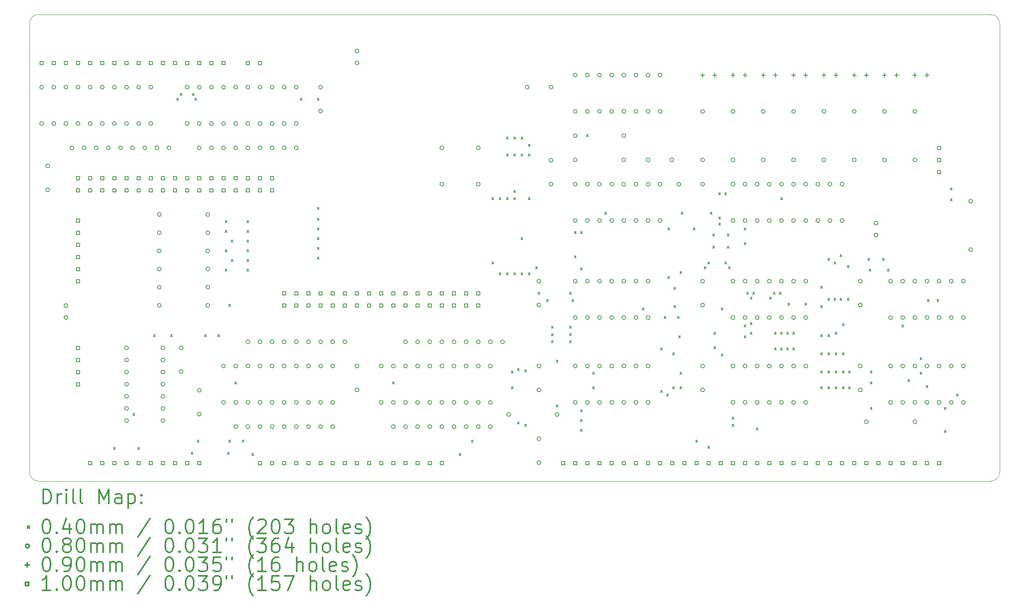
<source format=gbr>
%FSLAX45Y45*%
G04 Gerber Fmt 4.5, Leading zero omitted, Abs format (unit mm)*
G04 Created by KiCad (PCBNEW (5.1.5)-3) date 2022-12-08 21:37:15*
%MOMM*%
%LPD*%
G04 APERTURE LIST*
%TA.AperFunction,Profile*%
%ADD10C,0.050000*%
%TD*%
%ADD11C,0.200000*%
%ADD12C,0.300000*%
G04 APERTURE END LIST*
D10*
X5270500Y-14859000D02*
G75*
G02X5080000Y-14668500I0J190500D01*
G01*
X25400000Y-14668500D02*
G75*
G02X25209500Y-14859000I-190500J0D01*
G01*
X25209500Y-5080000D02*
G75*
G02X25400000Y-5270500I0J-190500D01*
G01*
X5080000Y-5270500D02*
G75*
G02X5270500Y-5080000I190500J0D01*
G01*
X5080000Y-14668500D02*
X5080000Y-5270500D01*
X5270500Y-5080000D02*
X25209500Y-5080000D01*
X25209500Y-14859000D02*
X5270500Y-14859000D01*
X25400000Y-5270500D02*
X25400000Y-14668500D01*
D11*
X6838000Y-14153200D02*
X6878000Y-14193200D01*
X6878000Y-14153200D02*
X6838000Y-14193200D01*
X7244400Y-13442000D02*
X7284400Y-13482000D01*
X7284400Y-13442000D02*
X7244400Y-13482000D01*
X7346000Y-14153200D02*
X7386000Y-14193200D01*
X7386000Y-14153200D02*
X7346000Y-14193200D01*
X7676200Y-11791000D02*
X7716200Y-11831000D01*
X7716200Y-11791000D02*
X7676200Y-11831000D01*
X8031800Y-11791000D02*
X8071800Y-11831000D01*
X8071800Y-11791000D02*
X8031800Y-11831000D01*
X8158800Y-6838000D02*
X8198800Y-6878000D01*
X8198800Y-6838000D02*
X8158800Y-6878000D01*
X8235002Y-6736400D02*
X8275002Y-6776400D01*
X8275002Y-6736400D02*
X8235002Y-6776400D01*
X8463600Y-14254800D02*
X8503600Y-14294800D01*
X8503600Y-14254800D02*
X8463600Y-14294800D01*
X8489000Y-6736400D02*
X8529000Y-6776400D01*
X8529000Y-6736400D02*
X8489000Y-6776400D01*
X8539800Y-6838000D02*
X8579800Y-6878000D01*
X8579800Y-6838000D02*
X8539800Y-6878000D01*
X8590600Y-14000800D02*
X8630600Y-14040800D01*
X8630600Y-14000800D02*
X8590600Y-14040800D01*
X8743000Y-11791000D02*
X8783000Y-11831000D01*
X8783000Y-11791000D02*
X8743000Y-11831000D01*
X9022400Y-11791000D02*
X9062400Y-11831000D01*
X9062400Y-11791000D02*
X9022400Y-11831000D01*
X9174800Y-9403400D02*
X9214800Y-9443400D01*
X9214800Y-9403400D02*
X9174800Y-9443400D01*
X9174800Y-9606601D02*
X9214800Y-9646601D01*
X9214800Y-9606601D02*
X9174800Y-9646601D01*
X9174800Y-10013000D02*
X9214800Y-10053000D01*
X9214800Y-10013000D02*
X9174800Y-10053000D01*
X9174800Y-10419401D02*
X9214800Y-10459401D01*
X9214800Y-10419401D02*
X9174800Y-10459401D01*
X9225600Y-14254799D02*
X9265600Y-14294799D01*
X9265600Y-14254799D02*
X9225600Y-14294799D01*
X9251000Y-11156000D02*
X9291000Y-11196000D01*
X9291000Y-11156000D02*
X9251000Y-11196000D01*
X9251000Y-14000801D02*
X9291000Y-14040801D01*
X9291000Y-14000801D02*
X9251000Y-14040801D01*
X9301800Y-9809800D02*
X9341800Y-9849800D01*
X9341800Y-9809800D02*
X9301800Y-9849800D01*
X9301800Y-10216200D02*
X9341800Y-10256200D01*
X9341800Y-10216200D02*
X9301800Y-10256200D01*
X9378000Y-12781600D02*
X9418000Y-12821600D01*
X9418000Y-12781600D02*
X9378000Y-12821600D01*
X9530400Y-14000800D02*
X9570400Y-14040800D01*
X9570400Y-14000800D02*
X9530400Y-14040800D01*
X9632000Y-9403400D02*
X9672000Y-9443400D01*
X9672000Y-9403400D02*
X9632000Y-9443400D01*
X9632000Y-9606600D02*
X9672000Y-9646600D01*
X9672000Y-9606600D02*
X9632000Y-9646600D01*
X9632000Y-9809800D02*
X9672000Y-9849800D01*
X9672000Y-9809800D02*
X9632000Y-9849800D01*
X9632000Y-10013001D02*
X9672000Y-10053001D01*
X9672000Y-10013001D02*
X9632000Y-10053001D01*
X9632000Y-10216200D02*
X9672000Y-10256200D01*
X9672000Y-10216200D02*
X9632000Y-10256200D01*
X9632000Y-10419400D02*
X9672000Y-10459400D01*
X9672000Y-10419400D02*
X9632000Y-10459400D01*
X9733600Y-14280200D02*
X9773600Y-14320200D01*
X9773600Y-14280200D02*
X9733600Y-14320200D01*
X10749600Y-6838001D02*
X10789600Y-6878001D01*
X10789600Y-6838001D02*
X10749600Y-6878001D01*
X11105200Y-10165400D02*
X11145200Y-10205400D01*
X11145200Y-10165400D02*
X11105200Y-10205400D01*
X11105200Y-6838000D02*
X11145200Y-6878000D01*
X11145200Y-6838000D02*
X11105200Y-6878000D01*
X11105200Y-9124000D02*
X11145200Y-9164000D01*
X11145200Y-9124000D02*
X11105200Y-9164000D01*
X11105200Y-9352600D02*
X11145200Y-9392600D01*
X11145200Y-9352600D02*
X11105200Y-9392600D01*
X11105200Y-9555800D02*
X11145200Y-9595800D01*
X11145200Y-9555800D02*
X11105200Y-9595800D01*
X11105200Y-9759000D02*
X11145200Y-9799000D01*
X11145200Y-9759000D02*
X11105200Y-9799000D01*
X11105200Y-9962200D02*
X11145200Y-10002200D01*
X11145200Y-9962200D02*
X11105200Y-10002200D01*
X12680000Y-12781600D02*
X12720000Y-12821600D01*
X12720000Y-12781600D02*
X12680000Y-12821600D01*
X14077000Y-14280200D02*
X14117000Y-14320200D01*
X14117000Y-14280200D02*
X14077000Y-14320200D01*
X14331000Y-14000800D02*
X14371000Y-14040800D01*
X14371000Y-14000800D02*
X14331000Y-14040800D01*
X14762800Y-8920800D02*
X14802800Y-8960800D01*
X14802800Y-8920800D02*
X14762800Y-8960800D01*
X14762800Y-10267000D02*
X14802800Y-10307000D01*
X14802800Y-10267000D02*
X14762800Y-10307000D01*
X14915200Y-8920800D02*
X14955200Y-8960800D01*
X14955200Y-8920800D02*
X14915200Y-8960800D01*
X14915200Y-10495600D02*
X14955200Y-10535600D01*
X14955200Y-10495600D02*
X14915200Y-10535600D01*
X15067599Y-10495600D02*
X15107599Y-10535600D01*
X15107599Y-10495600D02*
X15067599Y-10535600D01*
X15067600Y-7650800D02*
X15107600Y-7690800D01*
X15107600Y-7650800D02*
X15067600Y-7690800D01*
X15067600Y-8006400D02*
X15107600Y-8046400D01*
X15107600Y-8006400D02*
X15067600Y-8046400D01*
X15067600Y-8920800D02*
X15107600Y-8960800D01*
X15107600Y-8920800D02*
X15067600Y-8960800D01*
X15169200Y-12553001D02*
X15209200Y-12593001D01*
X15209200Y-12553001D02*
X15169200Y-12593001D01*
X15169200Y-12883201D02*
X15209200Y-12923201D01*
X15209200Y-12883201D02*
X15169200Y-12923201D01*
X15220000Y-7650800D02*
X15260000Y-7690800D01*
X15260000Y-7650800D02*
X15220000Y-7690800D01*
X15220000Y-8006400D02*
X15260000Y-8046400D01*
X15260000Y-8006400D02*
X15220000Y-8046400D01*
X15220000Y-8768400D02*
X15260000Y-8808400D01*
X15260000Y-8768400D02*
X15220000Y-8808400D01*
X15220000Y-8920800D02*
X15260000Y-8960800D01*
X15260000Y-8920800D02*
X15220000Y-8960800D01*
X15220000Y-10495600D02*
X15260000Y-10535600D01*
X15260000Y-10495600D02*
X15220000Y-10535600D01*
X15296200Y-13619800D02*
X15336200Y-13659800D01*
X15336200Y-13619800D02*
X15296200Y-13659800D01*
X15296201Y-12502200D02*
X15336201Y-12542200D01*
X15336201Y-12502200D02*
X15296201Y-12542200D01*
X15372400Y-7650800D02*
X15412400Y-7690800D01*
X15412400Y-7650800D02*
X15372400Y-7690800D01*
X15372400Y-8006400D02*
X15412400Y-8046400D01*
X15412400Y-8006400D02*
X15372400Y-8046400D01*
X15372400Y-9759000D02*
X15412400Y-9799000D01*
X15412400Y-9759000D02*
X15372400Y-9799000D01*
X15372400Y-10495600D02*
X15412400Y-10535600D01*
X15412400Y-10495600D02*
X15372400Y-10535600D01*
X15448600Y-12527600D02*
X15488600Y-12567600D01*
X15488600Y-12527600D02*
X15448600Y-12567600D01*
X15448600Y-13670600D02*
X15488600Y-13710600D01*
X15488600Y-13670600D02*
X15448600Y-13710600D01*
X15524800Y-7803200D02*
X15564800Y-7843200D01*
X15564800Y-7803200D02*
X15524800Y-7843200D01*
X15524800Y-8006400D02*
X15564800Y-8046400D01*
X15564800Y-8006400D02*
X15524800Y-8046400D01*
X15524800Y-8920800D02*
X15564800Y-8960800D01*
X15564800Y-8920800D02*
X15524800Y-8960800D01*
X15524801Y-10495600D02*
X15564801Y-10535600D01*
X15564801Y-10495600D02*
X15524801Y-10535600D01*
X15677200Y-10368600D02*
X15717200Y-10408600D01*
X15717200Y-10368600D02*
X15677200Y-10408600D01*
X15728000Y-10902000D02*
X15768000Y-10942000D01*
X15768000Y-10902000D02*
X15728000Y-10942000D01*
X15905801Y-11054400D02*
X15945801Y-11094400D01*
X15945801Y-11054400D02*
X15905801Y-11094400D01*
X16007400Y-11613200D02*
X16047400Y-11653200D01*
X16047400Y-11613200D02*
X16007400Y-11653200D01*
X16007400Y-11770999D02*
X16047400Y-11810999D01*
X16047400Y-11770999D02*
X16007400Y-11810999D01*
X16007400Y-11918000D02*
X16047400Y-11958000D01*
X16047400Y-11918000D02*
X16007400Y-11958000D01*
X16109000Y-12324400D02*
X16149000Y-12364400D01*
X16149000Y-12324400D02*
X16109000Y-12364400D01*
X16109000Y-13264200D02*
X16149000Y-13304200D01*
X16149000Y-13264200D02*
X16109000Y-13304200D01*
X16388400Y-10902000D02*
X16428400Y-10942000D01*
X16428400Y-10902000D02*
X16388400Y-10942000D01*
X16388400Y-11613200D02*
X16428400Y-11653200D01*
X16428400Y-11613200D02*
X16388400Y-11653200D01*
X16388400Y-11765600D02*
X16428400Y-11805600D01*
X16428400Y-11765600D02*
X16388400Y-11805600D01*
X16388400Y-11918000D02*
X16428400Y-11958000D01*
X16428400Y-11918000D02*
X16388400Y-11958000D01*
X16439200Y-11054400D02*
X16479200Y-11094400D01*
X16479200Y-11054400D02*
X16439200Y-11094400D01*
X16490000Y-9632000D02*
X16530000Y-9672000D01*
X16530000Y-9632000D02*
X16490000Y-9672000D01*
X16490000Y-10140000D02*
X16530000Y-10180000D01*
X16530000Y-10140000D02*
X16490000Y-10180000D01*
X16617000Y-9632000D02*
X16657000Y-9672000D01*
X16657000Y-9632000D02*
X16617000Y-9672000D01*
X16617000Y-10394000D02*
X16657000Y-10434000D01*
X16657000Y-10394000D02*
X16617000Y-10434000D01*
X16617000Y-13365800D02*
X16657000Y-13405800D01*
X16657000Y-13365800D02*
X16617000Y-13405800D01*
X16617000Y-13569000D02*
X16657000Y-13609000D01*
X16657000Y-13569000D02*
X16617000Y-13609000D01*
X16617000Y-13772200D02*
X16657000Y-13812200D01*
X16657000Y-13772200D02*
X16617000Y-13812200D01*
X16744000Y-7600000D02*
X16784000Y-7640000D01*
X16784000Y-7600000D02*
X16744000Y-7640000D01*
X16871000Y-12578402D02*
X16911000Y-12618402D01*
X16911000Y-12578402D02*
X16871000Y-12618402D01*
X16871000Y-12883200D02*
X16911000Y-12923200D01*
X16911000Y-12883200D02*
X16871000Y-12923200D01*
X17125000Y-9225600D02*
X17165000Y-9265600D01*
X17165000Y-9225600D02*
X17125000Y-9265600D01*
X17912400Y-11232200D02*
X17952400Y-11272200D01*
X17952400Y-11232200D02*
X17912400Y-11272200D01*
X18293400Y-12070400D02*
X18333400Y-12110400D01*
X18333400Y-12070400D02*
X18293400Y-12110400D01*
X18293400Y-12959400D02*
X18333400Y-12999400D01*
X18333400Y-12959400D02*
X18293400Y-12999400D01*
X18369600Y-11410000D02*
X18409600Y-11450000D01*
X18409600Y-11410000D02*
X18369600Y-11450000D01*
X18420400Y-13035600D02*
X18460400Y-13075600D01*
X18460400Y-13035600D02*
X18420400Y-13075600D01*
X18445798Y-9555800D02*
X18485798Y-9595800D01*
X18485798Y-9555800D02*
X18445798Y-9595800D01*
X18445800Y-10571800D02*
X18485800Y-10611800D01*
X18485800Y-10571800D02*
X18445800Y-10611800D01*
X18547400Y-12172000D02*
X18587400Y-12212000D01*
X18587400Y-12172000D02*
X18547400Y-12212000D01*
X18547400Y-12883202D02*
X18587400Y-12923202D01*
X18587400Y-12883202D02*
X18547400Y-12923202D01*
X18572799Y-10800400D02*
X18612799Y-10840400D01*
X18612799Y-10800400D02*
X18572799Y-10840400D01*
X18572800Y-11181400D02*
X18612800Y-11221400D01*
X18612800Y-11181400D02*
X18572800Y-11221400D01*
X18649000Y-11410000D02*
X18689000Y-11450000D01*
X18689000Y-11410000D02*
X18649000Y-11450000D01*
X18674400Y-11816400D02*
X18714400Y-11856400D01*
X18714400Y-11816400D02*
X18674400Y-11856400D01*
X18699800Y-10470199D02*
X18739800Y-10510199D01*
X18739800Y-10470199D02*
X18699800Y-10510199D01*
X18699800Y-12578400D02*
X18739800Y-12618400D01*
X18739800Y-12578400D02*
X18699800Y-12618400D01*
X18699800Y-12883200D02*
X18739800Y-12923200D01*
X18739800Y-12883200D02*
X18699800Y-12923200D01*
X18725199Y-9225600D02*
X18765199Y-9265600D01*
X18765199Y-9225600D02*
X18725199Y-9265600D01*
X18979200Y-9555800D02*
X19019200Y-9595800D01*
X19019200Y-9555800D02*
X18979200Y-9595800D01*
X19030000Y-14000800D02*
X19070000Y-14040800D01*
X19070000Y-14000800D02*
X19030000Y-14040800D01*
X19207800Y-10368600D02*
X19247800Y-10408600D01*
X19247800Y-10368600D02*
X19207800Y-10408600D01*
X19284000Y-10267000D02*
X19324000Y-10307000D01*
X19324000Y-10267000D02*
X19284000Y-10307000D01*
X19284000Y-14127800D02*
X19324000Y-14167800D01*
X19324000Y-14127800D02*
X19284000Y-14167800D01*
X19334800Y-9225600D02*
X19374800Y-9265600D01*
X19374800Y-9225600D02*
X19334800Y-9265600D01*
X19385600Y-9682800D02*
X19425600Y-9722800D01*
X19425600Y-9682800D02*
X19385600Y-9722800D01*
X19385600Y-9936800D02*
X19425600Y-9976800D01*
X19425600Y-9936800D02*
X19385600Y-9976800D01*
X19411000Y-11740200D02*
X19451000Y-11780200D01*
X19451000Y-11740200D02*
X19411000Y-11780200D01*
X19411000Y-12045000D02*
X19451000Y-12085000D01*
X19451000Y-12045000D02*
X19411000Y-12085000D01*
X19512600Y-8819200D02*
X19552600Y-8859200D01*
X19552600Y-8819200D02*
X19512600Y-8859200D01*
X19512600Y-9327200D02*
X19552600Y-9367200D01*
X19552600Y-9327200D02*
X19512600Y-9367200D01*
X19512600Y-9454200D02*
X19552600Y-9494200D01*
X19552600Y-9454200D02*
X19512600Y-9494200D01*
X19563399Y-11232200D02*
X19603399Y-11272200D01*
X19603399Y-11232200D02*
X19563399Y-11272200D01*
X19563400Y-12197400D02*
X19603400Y-12237400D01*
X19603400Y-12197400D02*
X19563400Y-12237400D01*
X19639600Y-8819200D02*
X19679600Y-8859200D01*
X19679600Y-8819200D02*
X19639600Y-8859200D01*
X19639600Y-10267000D02*
X19679600Y-10307000D01*
X19679600Y-10267000D02*
X19639600Y-10307000D01*
X19690400Y-9936800D02*
X19730400Y-9976800D01*
X19730400Y-9936800D02*
X19690400Y-9976800D01*
X19690401Y-9682800D02*
X19730401Y-9722800D01*
X19730401Y-9682800D02*
X19690401Y-9722800D01*
X19715800Y-10368600D02*
X19755800Y-10408600D01*
X19755800Y-10368600D02*
X19715800Y-10408600D01*
X19792000Y-13518200D02*
X19832000Y-13558200D01*
X19832000Y-13518200D02*
X19792000Y-13558200D01*
X19792000Y-13670600D02*
X19832000Y-13710600D01*
X19832000Y-13670600D02*
X19792000Y-13710600D01*
X20046000Y-9555800D02*
X20086000Y-9595800D01*
X20086000Y-9555800D02*
X20046000Y-9595800D01*
X20046000Y-9860600D02*
X20086000Y-9900600D01*
X20086000Y-9860600D02*
X20046000Y-9900600D01*
X20046000Y-11587800D02*
X20086000Y-11627800D01*
X20086000Y-11587800D02*
X20046000Y-11627800D01*
X20046000Y-11816400D02*
X20086000Y-11856400D01*
X20086000Y-11816400D02*
X20046000Y-11856400D01*
X20096800Y-10902000D02*
X20136800Y-10942000D01*
X20136800Y-10902000D02*
X20096800Y-10942000D01*
X20173000Y-11003600D02*
X20213000Y-11043600D01*
X20213000Y-11003600D02*
X20173000Y-11043600D01*
X20173000Y-11537000D02*
X20213000Y-11577000D01*
X20213000Y-11537000D02*
X20173000Y-11577000D01*
X20173000Y-11740200D02*
X20213000Y-11780200D01*
X20213000Y-11740200D02*
X20173000Y-11780200D01*
X20223800Y-10902000D02*
X20263800Y-10942000D01*
X20263800Y-10902000D02*
X20223800Y-10942000D01*
X20300000Y-13746800D02*
X20340000Y-13786800D01*
X20340000Y-13746800D02*
X20300000Y-13786800D01*
X20579400Y-11003600D02*
X20619400Y-11043600D01*
X20619400Y-11003600D02*
X20579400Y-11043600D01*
X20655600Y-10902000D02*
X20695600Y-10942000D01*
X20695600Y-10902000D02*
X20655600Y-10942000D01*
X20681000Y-11740200D02*
X20721000Y-11780200D01*
X20721000Y-11740200D02*
X20681000Y-11780200D01*
X20681000Y-12070400D02*
X20721000Y-12110400D01*
X20721000Y-12070400D02*
X20681000Y-12110400D01*
X20782600Y-10901999D02*
X20822600Y-10941999D01*
X20822600Y-10901999D02*
X20782600Y-10941999D01*
X20808000Y-8920800D02*
X20848000Y-8960800D01*
X20848000Y-8920800D02*
X20808000Y-8960800D01*
X20808000Y-11740200D02*
X20848000Y-11780200D01*
X20848000Y-11740200D02*
X20808000Y-11780200D01*
X20808000Y-12070400D02*
X20848000Y-12110400D01*
X20848000Y-12070400D02*
X20808000Y-12110400D01*
X20935000Y-11740200D02*
X20975000Y-11780200D01*
X20975000Y-11740200D02*
X20935000Y-11780200D01*
X20935000Y-12070400D02*
X20975000Y-12110400D01*
X20975000Y-12070400D02*
X20935000Y-12110400D01*
X20960400Y-11130600D02*
X21000400Y-11170600D01*
X21000400Y-11130600D02*
X20960400Y-11170600D01*
X21062000Y-11740200D02*
X21102000Y-11780200D01*
X21102000Y-11740200D02*
X21062000Y-11780200D01*
X21062000Y-12070399D02*
X21102000Y-12110399D01*
X21102000Y-12070399D02*
X21062000Y-12110399D01*
X21315999Y-11130600D02*
X21355999Y-11170600D01*
X21355999Y-11130600D02*
X21315999Y-11170600D01*
X21646200Y-10775000D02*
X21686200Y-10815000D01*
X21686200Y-10775000D02*
X21646200Y-10815000D01*
X21646200Y-11181400D02*
X21686200Y-11221400D01*
X21686200Y-11181400D02*
X21646200Y-11221400D01*
X21646200Y-11791000D02*
X21686200Y-11831000D01*
X21686200Y-11791000D02*
X21646200Y-11831000D01*
X21646200Y-12172000D02*
X21686200Y-12212000D01*
X21686200Y-12172000D02*
X21646200Y-12212000D01*
X21646200Y-12553000D02*
X21686200Y-12593000D01*
X21686200Y-12553000D02*
X21646200Y-12593000D01*
X21646200Y-12883200D02*
X21686200Y-12923200D01*
X21686200Y-12883200D02*
X21646200Y-12923200D01*
X21798600Y-10190800D02*
X21838600Y-10230800D01*
X21838600Y-10190800D02*
X21798600Y-10230800D01*
X21798600Y-11791000D02*
X21838600Y-11831000D01*
X21838600Y-11791000D02*
X21798600Y-11831000D01*
X21798600Y-12172000D02*
X21838600Y-12212000D01*
X21838600Y-12172000D02*
X21798600Y-12212000D01*
X21798600Y-12553000D02*
X21838600Y-12593000D01*
X21838600Y-12553000D02*
X21798600Y-12593000D01*
X21798600Y-12883201D02*
X21838600Y-12923201D01*
X21838600Y-12883201D02*
X21798600Y-12923201D01*
X21798601Y-11029000D02*
X21838601Y-11069000D01*
X21838601Y-11029000D02*
X21798601Y-11069000D01*
X21925600Y-10267000D02*
X21965600Y-10307000D01*
X21965600Y-10267000D02*
X21925600Y-10307000D01*
X21925600Y-11029000D02*
X21965600Y-11069000D01*
X21965600Y-11029000D02*
X21925600Y-11069000D01*
X21951000Y-11740200D02*
X21991000Y-11780200D01*
X21991000Y-11740200D02*
X21951000Y-11780200D01*
X21951000Y-12172000D02*
X21991000Y-12212000D01*
X21991000Y-12172000D02*
X21951000Y-12212000D01*
X21951000Y-12883200D02*
X21991000Y-12923200D01*
X21991000Y-12883200D02*
X21951000Y-12923200D01*
X21951000Y-12553000D02*
X21991000Y-12593000D01*
X21991000Y-12553000D02*
X21951000Y-12593000D01*
X22052600Y-10114600D02*
X22092600Y-10154600D01*
X22092600Y-10114600D02*
X22052600Y-10154600D01*
X22052600Y-11029000D02*
X22092600Y-11069000D01*
X22092600Y-11029000D02*
X22052600Y-11069000D01*
X22103400Y-11562400D02*
X22143400Y-11602400D01*
X22143400Y-11562400D02*
X22103400Y-11602400D01*
X22103400Y-12172000D02*
X22143400Y-12212000D01*
X22143400Y-12172000D02*
X22103400Y-12212000D01*
X22103400Y-12553001D02*
X22143400Y-12593001D01*
X22143400Y-12553001D02*
X22103400Y-12593001D01*
X22103400Y-12883200D02*
X22143400Y-12923200D01*
X22143400Y-12883200D02*
X22103400Y-12923200D01*
X22205000Y-10343200D02*
X22245000Y-10383200D01*
X22245000Y-10343200D02*
X22205000Y-10383200D01*
X22205000Y-11029000D02*
X22245000Y-11069000D01*
X22245000Y-11029000D02*
X22205000Y-11069000D01*
X22230400Y-12553000D02*
X22270400Y-12593000D01*
X22270400Y-12553000D02*
X22230400Y-12593000D01*
X22230400Y-12883200D02*
X22270400Y-12923200D01*
X22270400Y-12883200D02*
X22230400Y-12923200D01*
X22636800Y-10190800D02*
X22676800Y-10230800D01*
X22676800Y-10190800D02*
X22636800Y-10230800D01*
X22662200Y-10419400D02*
X22702200Y-10459400D01*
X22702200Y-10419400D02*
X22662200Y-10459400D01*
X22687599Y-12781600D02*
X22727599Y-12821600D01*
X22727599Y-12781600D02*
X22687599Y-12821600D01*
X22687600Y-12553000D02*
X22727600Y-12593000D01*
X22727600Y-12553000D02*
X22687600Y-12593000D01*
X22687600Y-13315000D02*
X22727600Y-13355000D01*
X22727600Y-13315000D02*
X22687600Y-13355000D01*
X22941600Y-10190800D02*
X22981600Y-10230800D01*
X22981600Y-10190800D02*
X22941600Y-10230800D01*
X23043200Y-10419400D02*
X23083200Y-10459400D01*
X23083200Y-10419400D02*
X23043200Y-10459400D01*
X23348000Y-11587799D02*
X23388000Y-11627799D01*
X23388000Y-11587799D02*
X23348000Y-11627799D01*
X23475000Y-12730800D02*
X23515000Y-12770800D01*
X23515000Y-12730800D02*
X23475000Y-12770800D01*
X23729000Y-12273600D02*
X23769000Y-12313600D01*
X23769000Y-12273600D02*
X23729000Y-12313600D01*
X23729000Y-12578400D02*
X23769000Y-12618400D01*
X23769000Y-12578400D02*
X23729000Y-12618400D01*
X23856000Y-12857800D02*
X23896000Y-12897800D01*
X23896000Y-12857800D02*
X23856000Y-12897800D01*
X23881400Y-11054399D02*
X23921400Y-11094399D01*
X23921400Y-11054399D02*
X23881400Y-11094399D01*
X24084600Y-11054400D02*
X24124600Y-11094400D01*
X24124600Y-11054400D02*
X24084600Y-11094400D01*
X24237000Y-13315000D02*
X24277000Y-13355000D01*
X24277000Y-13315000D02*
X24237000Y-13355000D01*
X24237000Y-13797600D02*
X24277000Y-13837600D01*
X24277000Y-13797600D02*
X24237000Y-13837600D01*
X24363999Y-8946200D02*
X24403999Y-8986200D01*
X24403999Y-8946200D02*
X24363999Y-8986200D01*
X24364000Y-8717600D02*
X24404000Y-8757600D01*
X24404000Y-8717600D02*
X24364000Y-8757600D01*
X24491000Y-13035600D02*
X24531000Y-13075600D01*
X24531000Y-13035600D02*
X24491000Y-13075600D01*
X23154000Y-10668000D02*
G75*
G03X23154000Y-10668000I-40000J0D01*
G01*
X23154000Y-11430000D02*
G75*
G03X23154000Y-11430000I-40000J0D01*
G01*
X23408000Y-10668000D02*
G75*
G03X23408000Y-10668000I-40000J0D01*
G01*
X23408000Y-11430000D02*
G75*
G03X23408000Y-11430000I-40000J0D01*
G01*
X23662000Y-10668000D02*
G75*
G03X23662000Y-10668000I-40000J0D01*
G01*
X23662000Y-11430000D02*
G75*
G03X23662000Y-11430000I-40000J0D01*
G01*
X23916000Y-10668000D02*
G75*
G03X23916000Y-10668000I-40000J0D01*
G01*
X23916000Y-11430000D02*
G75*
G03X23916000Y-11430000I-40000J0D01*
G01*
X24170000Y-10668000D02*
G75*
G03X24170000Y-10668000I-40000J0D01*
G01*
X24170000Y-11430000D02*
G75*
G03X24170000Y-11430000I-40000J0D01*
G01*
X24424000Y-10668000D02*
G75*
G03X24424000Y-10668000I-40000J0D01*
G01*
X24424000Y-11430000D02*
G75*
G03X24424000Y-11430000I-40000J0D01*
G01*
X24678000Y-10668000D02*
G75*
G03X24678000Y-10668000I-40000J0D01*
G01*
X24678000Y-11430000D02*
G75*
G03X24678000Y-11430000I-40000J0D01*
G01*
X16550000Y-8636000D02*
G75*
G03X16550000Y-8636000I-40000J0D01*
G01*
X16550000Y-9398000D02*
G75*
G03X16550000Y-9398000I-40000J0D01*
G01*
X16804000Y-8636000D02*
G75*
G03X16804000Y-8636000I-40000J0D01*
G01*
X16804000Y-9398000D02*
G75*
G03X16804000Y-9398000I-40000J0D01*
G01*
X17058000Y-8636000D02*
G75*
G03X17058000Y-8636000I-40000J0D01*
G01*
X17058000Y-9398000D02*
G75*
G03X17058000Y-9398000I-40000J0D01*
G01*
X17312000Y-8636000D02*
G75*
G03X17312000Y-8636000I-40000J0D01*
G01*
X17312000Y-9398000D02*
G75*
G03X17312000Y-9398000I-40000J0D01*
G01*
X17566000Y-8636000D02*
G75*
G03X17566000Y-8636000I-40000J0D01*
G01*
X17566000Y-9398000D02*
G75*
G03X17566000Y-9398000I-40000J0D01*
G01*
X17820000Y-8636000D02*
G75*
G03X17820000Y-8636000I-40000J0D01*
G01*
X17820000Y-9398000D02*
G75*
G03X17820000Y-9398000I-40000J0D01*
G01*
X18074000Y-8636000D02*
G75*
G03X18074000Y-8636000I-40000J0D01*
G01*
X18074000Y-9398000D02*
G75*
G03X18074000Y-9398000I-40000J0D01*
G01*
X18328000Y-8636000D02*
G75*
G03X18328000Y-8636000I-40000J0D01*
G01*
X18328000Y-9398000D02*
G75*
G03X18328000Y-9398000I-40000J0D01*
G01*
X20487000Y-7112000D02*
G75*
G03X20487000Y-7112000I-40000J0D01*
G01*
X20487000Y-8128000D02*
G75*
G03X20487000Y-8128000I-40000J0D01*
G01*
X16550000Y-6350000D02*
G75*
G03X16550000Y-6350000I-40000J0D01*
G01*
X16550000Y-7112000D02*
G75*
G03X16550000Y-7112000I-40000J0D01*
G01*
X16804000Y-6350000D02*
G75*
G03X16804000Y-6350000I-40000J0D01*
G01*
X16804000Y-7112000D02*
G75*
G03X16804000Y-7112000I-40000J0D01*
G01*
X17058000Y-6350000D02*
G75*
G03X17058000Y-6350000I-40000J0D01*
G01*
X17058000Y-7112000D02*
G75*
G03X17058000Y-7112000I-40000J0D01*
G01*
X17312000Y-6350000D02*
G75*
G03X17312000Y-6350000I-40000J0D01*
G01*
X17312000Y-7112000D02*
G75*
G03X17312000Y-7112000I-40000J0D01*
G01*
X17566000Y-6350000D02*
G75*
G03X17566000Y-6350000I-40000J0D01*
G01*
X17566000Y-7112000D02*
G75*
G03X17566000Y-7112000I-40000J0D01*
G01*
X17820000Y-6350000D02*
G75*
G03X17820000Y-6350000I-40000J0D01*
G01*
X17820000Y-7112000D02*
G75*
G03X17820000Y-7112000I-40000J0D01*
G01*
X18074000Y-6350000D02*
G75*
G03X18074000Y-6350000I-40000J0D01*
G01*
X18074000Y-7112000D02*
G75*
G03X18074000Y-7112000I-40000J0D01*
G01*
X18328000Y-6350000D02*
G75*
G03X18328000Y-6350000I-40000J0D01*
G01*
X18328000Y-7112000D02*
G75*
G03X18328000Y-7112000I-40000J0D01*
G01*
X7837800Y-10414000D02*
G75*
G03X7837800Y-10414000I-40000J0D01*
G01*
X8853800Y-10414000D02*
G75*
G03X8853800Y-10414000I-40000J0D01*
G01*
X23662000Y-7112000D02*
G75*
G03X23662000Y-7112000I-40000J0D01*
G01*
X23662000Y-8128000D02*
G75*
G03X23662000Y-8128000I-40000J0D01*
G01*
X15542000Y-6604000D02*
G75*
G03X15542000Y-6604000I-40000J0D01*
G01*
X16042000Y-6604000D02*
G75*
G03X16042000Y-6604000I-40000J0D01*
G01*
X22519000Y-12446000D02*
G75*
G03X22519000Y-12446000I-40000J0D01*
G01*
X22519000Y-12946000D02*
G75*
G03X22519000Y-12946000I-40000J0D01*
G01*
X9438000Y-13716000D02*
G75*
G03X9438000Y-13716000I-40000J0D01*
G01*
X9692000Y-13716000D02*
G75*
G03X9692000Y-13716000I-40000J0D01*
G01*
X9946000Y-13716000D02*
G75*
G03X9946000Y-13716000I-40000J0D01*
G01*
X10200000Y-13716000D02*
G75*
G03X10200000Y-13716000I-40000J0D01*
G01*
X10454000Y-13716000D02*
G75*
G03X10454000Y-13716000I-40000J0D01*
G01*
X10708000Y-13716000D02*
G75*
G03X10708000Y-13716000I-40000J0D01*
G01*
X10962000Y-13716000D02*
G75*
G03X10962000Y-13716000I-40000J0D01*
G01*
X11216000Y-13716000D02*
G75*
G03X11216000Y-13716000I-40000J0D01*
G01*
X11470000Y-13716000D02*
G75*
G03X11470000Y-13716000I-40000J0D01*
G01*
X18074000Y-8128000D02*
G75*
G03X18074000Y-8128000I-40000J0D01*
G01*
X18574000Y-8128000D02*
G75*
G03X18574000Y-8128000I-40000J0D01*
G01*
X13756000Y-7874000D02*
G75*
G03X13756000Y-7874000I-40000J0D01*
G01*
X13756000Y-8636000D02*
G75*
G03X13756000Y-8636000I-40000J0D01*
G01*
X14518000Y-7874000D02*
G75*
G03X14518000Y-7874000I-40000J0D01*
G01*
X14518000Y-8636000D02*
G75*
G03X14518000Y-8636000I-40000J0D01*
G01*
X7837800Y-9271000D02*
G75*
G03X7837800Y-9271000I-40000J0D01*
G01*
X8853800Y-9271000D02*
G75*
G03X8853800Y-9271000I-40000J0D01*
G01*
X19852000Y-10668000D02*
G75*
G03X19852000Y-10668000I-40000J0D01*
G01*
X19852000Y-11430000D02*
G75*
G03X19852000Y-11430000I-40000J0D01*
G01*
X20106000Y-10668000D02*
G75*
G03X20106000Y-10668000I-40000J0D01*
G01*
X20106000Y-11430000D02*
G75*
G03X20106000Y-11430000I-40000J0D01*
G01*
X20360000Y-10668000D02*
G75*
G03X20360000Y-10668000I-40000J0D01*
G01*
X20360000Y-11430000D02*
G75*
G03X20360000Y-11430000I-40000J0D01*
G01*
X20614000Y-10668000D02*
G75*
G03X20614000Y-10668000I-40000J0D01*
G01*
X20614000Y-11430000D02*
G75*
G03X20614000Y-11430000I-40000J0D01*
G01*
X20868000Y-10668000D02*
G75*
G03X20868000Y-10668000I-40000J0D01*
G01*
X20868000Y-11430000D02*
G75*
G03X20868000Y-11430000I-40000J0D01*
G01*
X21122000Y-10668000D02*
G75*
G03X21122000Y-10668000I-40000J0D01*
G01*
X21122000Y-11430000D02*
G75*
G03X21122000Y-11430000I-40000J0D01*
G01*
X21376000Y-10668000D02*
G75*
G03X21376000Y-10668000I-40000J0D01*
G01*
X21376000Y-11430000D02*
G75*
G03X21376000Y-11430000I-40000J0D01*
G01*
X7152000Y-12065000D02*
G75*
G03X7152000Y-12065000I-40000J0D01*
G01*
X7152000Y-12319000D02*
G75*
G03X7152000Y-12319000I-40000J0D01*
G01*
X7152000Y-12573000D02*
G75*
G03X7152000Y-12573000I-40000J0D01*
G01*
X7152000Y-12827000D02*
G75*
G03X7152000Y-12827000I-40000J0D01*
G01*
X7152000Y-13081000D02*
G75*
G03X7152000Y-13081000I-40000J0D01*
G01*
X7152000Y-13335000D02*
G75*
G03X7152000Y-13335000I-40000J0D01*
G01*
X7152000Y-13589000D02*
G75*
G03X7152000Y-13589000I-40000J0D01*
G01*
X7914000Y-12065000D02*
G75*
G03X7914000Y-12065000I-40000J0D01*
G01*
X7914000Y-12319000D02*
G75*
G03X7914000Y-12319000I-40000J0D01*
G01*
X7914000Y-12573000D02*
G75*
G03X7914000Y-12573000I-40000J0D01*
G01*
X7914000Y-12827000D02*
G75*
G03X7914000Y-12827000I-40000J0D01*
G01*
X7914000Y-13081000D02*
G75*
G03X7914000Y-13081000I-40000J0D01*
G01*
X7914000Y-13335000D02*
G75*
G03X7914000Y-13335000I-40000J0D01*
G01*
X7914000Y-13589000D02*
G75*
G03X7914000Y-13589000I-40000J0D01*
G01*
X15153000Y-13462000D02*
G75*
G03X15153000Y-13462000I-40000J0D01*
G01*
X16169000Y-13462000D02*
G75*
G03X16169000Y-13462000I-40000J0D01*
G01*
X8676000Y-12954000D02*
G75*
G03X8676000Y-12954000I-40000J0D01*
G01*
X8676000Y-13454000D02*
G75*
G03X8676000Y-13454000I-40000J0D01*
G01*
X16042000Y-8136000D02*
G75*
G03X16042000Y-8136000I-40000J0D01*
G01*
X16042000Y-8636000D02*
G75*
G03X16042000Y-8636000I-40000J0D01*
G01*
X12994000Y-11938000D02*
G75*
G03X12994000Y-11938000I-40000J0D01*
G01*
X13248000Y-11938000D02*
G75*
G03X13248000Y-11938000I-40000J0D01*
G01*
X13502000Y-11938000D02*
G75*
G03X13502000Y-11938000I-40000J0D01*
G01*
X13756000Y-11938000D02*
G75*
G03X13756000Y-11938000I-40000J0D01*
G01*
X14010000Y-11938000D02*
G75*
G03X14010000Y-11938000I-40000J0D01*
G01*
X14264000Y-11938000D02*
G75*
G03X14264000Y-11938000I-40000J0D01*
G01*
X14518000Y-11938000D02*
G75*
G03X14518000Y-11938000I-40000J0D01*
G01*
X14772000Y-11938000D02*
G75*
G03X14772000Y-11938000I-40000J0D01*
G01*
X15026000Y-11938000D02*
G75*
G03X15026000Y-11938000I-40000J0D01*
G01*
X6009000Y-7874000D02*
G75*
G03X6009000Y-7874000I-40000J0D01*
G01*
X6263000Y-7874000D02*
G75*
G03X6263000Y-7874000I-40000J0D01*
G01*
X6517000Y-7874000D02*
G75*
G03X6517000Y-7874000I-40000J0D01*
G01*
X6771000Y-7874000D02*
G75*
G03X6771000Y-7874000I-40000J0D01*
G01*
X7025000Y-7874000D02*
G75*
G03X7025000Y-7874000I-40000J0D01*
G01*
X7279000Y-7874000D02*
G75*
G03X7279000Y-7874000I-40000J0D01*
G01*
X7533000Y-7874000D02*
G75*
G03X7533000Y-7874000I-40000J0D01*
G01*
X7787000Y-7874000D02*
G75*
G03X7787000Y-7874000I-40000J0D01*
G01*
X8041000Y-7874000D02*
G75*
G03X8041000Y-7874000I-40000J0D01*
G01*
X8422000Y-6604000D02*
G75*
G03X8422000Y-6604000I-40000J0D01*
G01*
X8422000Y-7366000D02*
G75*
G03X8422000Y-7366000I-40000J0D01*
G01*
X8676000Y-6604000D02*
G75*
G03X8676000Y-6604000I-40000J0D01*
G01*
X8676000Y-7366000D02*
G75*
G03X8676000Y-7366000I-40000J0D01*
G01*
X8930000Y-6604000D02*
G75*
G03X8930000Y-6604000I-40000J0D01*
G01*
X8930000Y-7366000D02*
G75*
G03X8930000Y-7366000I-40000J0D01*
G01*
X9184000Y-6604000D02*
G75*
G03X9184000Y-6604000I-40000J0D01*
G01*
X9184000Y-7366000D02*
G75*
G03X9184000Y-7366000I-40000J0D01*
G01*
X9438000Y-6604000D02*
G75*
G03X9438000Y-6604000I-40000J0D01*
G01*
X9438000Y-7366000D02*
G75*
G03X9438000Y-7366000I-40000J0D01*
G01*
X9692000Y-6604000D02*
G75*
G03X9692000Y-6604000I-40000J0D01*
G01*
X9692000Y-7366000D02*
G75*
G03X9692000Y-7366000I-40000J0D01*
G01*
X9946000Y-6604000D02*
G75*
G03X9946000Y-6604000I-40000J0D01*
G01*
X9946000Y-7366000D02*
G75*
G03X9946000Y-7366000I-40000J0D01*
G01*
X10200000Y-6604000D02*
G75*
G03X10200000Y-6604000I-40000J0D01*
G01*
X10200000Y-7366000D02*
G75*
G03X10200000Y-7366000I-40000J0D01*
G01*
X10454000Y-6604000D02*
G75*
G03X10454000Y-6604000I-40000J0D01*
G01*
X10454000Y-7366000D02*
G75*
G03X10454000Y-7366000I-40000J0D01*
G01*
X10708000Y-6604000D02*
G75*
G03X10708000Y-6604000I-40000J0D01*
G01*
X10708000Y-7366000D02*
G75*
G03X10708000Y-7366000I-40000J0D01*
G01*
X15788000Y-13970000D02*
G75*
G03X15788000Y-13970000I-40000J0D01*
G01*
X15788000Y-14470000D02*
G75*
G03X15788000Y-14470000I-40000J0D01*
G01*
X8295000Y-12065000D02*
G75*
G03X8295000Y-12065000I-40000J0D01*
G01*
X8295000Y-12565000D02*
G75*
G03X8295000Y-12565000I-40000J0D01*
G01*
X11978000Y-5846000D02*
G75*
G03X11978000Y-5846000I-40000J0D01*
G01*
X11978000Y-6096000D02*
G75*
G03X11978000Y-6096000I-40000J0D01*
G01*
X15788000Y-10668000D02*
G75*
G03X15788000Y-10668000I-40000J0D01*
G01*
X15788000Y-11168000D02*
G75*
G03X15788000Y-11168000I-40000J0D01*
G01*
X8676000Y-7874000D02*
G75*
G03X8676000Y-7874000I-40000J0D01*
G01*
X8930000Y-7874000D02*
G75*
G03X8930000Y-7874000I-40000J0D01*
G01*
X9184000Y-7874000D02*
G75*
G03X9184000Y-7874000I-40000J0D01*
G01*
X9438000Y-7874000D02*
G75*
G03X9438000Y-7874000I-40000J0D01*
G01*
X9692000Y-7874000D02*
G75*
G03X9692000Y-7874000I-40000J0D01*
G01*
X9946000Y-7874000D02*
G75*
G03X9946000Y-7874000I-40000J0D01*
G01*
X10200000Y-7874000D02*
G75*
G03X10200000Y-7874000I-40000J0D01*
G01*
X10454000Y-7874000D02*
G75*
G03X10454000Y-7874000I-40000J0D01*
G01*
X10708000Y-7874000D02*
G75*
G03X10708000Y-7874000I-40000J0D01*
G01*
X19852000Y-12446000D02*
G75*
G03X19852000Y-12446000I-40000J0D01*
G01*
X19852000Y-13208000D02*
G75*
G03X19852000Y-13208000I-40000J0D01*
G01*
X20106000Y-12446000D02*
G75*
G03X20106000Y-12446000I-40000J0D01*
G01*
X20106000Y-13208000D02*
G75*
G03X20106000Y-13208000I-40000J0D01*
G01*
X20360000Y-12446000D02*
G75*
G03X20360000Y-12446000I-40000J0D01*
G01*
X20360000Y-13208000D02*
G75*
G03X20360000Y-13208000I-40000J0D01*
G01*
X20614000Y-12446000D02*
G75*
G03X20614000Y-12446000I-40000J0D01*
G01*
X20614000Y-13208000D02*
G75*
G03X20614000Y-13208000I-40000J0D01*
G01*
X20868000Y-12446000D02*
G75*
G03X20868000Y-12446000I-40000J0D01*
G01*
X20868000Y-13208000D02*
G75*
G03X20868000Y-13208000I-40000J0D01*
G01*
X21122000Y-12446000D02*
G75*
G03X21122000Y-12446000I-40000J0D01*
G01*
X21122000Y-13208000D02*
G75*
G03X21122000Y-13208000I-40000J0D01*
G01*
X21376000Y-12446000D02*
G75*
G03X21376000Y-12446000I-40000J0D01*
G01*
X21376000Y-13208000D02*
G75*
G03X21376000Y-13208000I-40000J0D01*
G01*
X15788000Y-12446000D02*
G75*
G03X15788000Y-12446000I-40000J0D01*
G01*
X15788000Y-12946000D02*
G75*
G03X15788000Y-12946000I-40000J0D01*
G01*
X7837800Y-9652000D02*
G75*
G03X7837800Y-9652000I-40000J0D01*
G01*
X8853800Y-9652000D02*
G75*
G03X8853800Y-9652000I-40000J0D01*
G01*
X9692000Y-11938000D02*
G75*
G03X9692000Y-11938000I-40000J0D01*
G01*
X9946000Y-11938000D02*
G75*
G03X9946000Y-11938000I-40000J0D01*
G01*
X10200000Y-11938000D02*
G75*
G03X10200000Y-11938000I-40000J0D01*
G01*
X10454000Y-11938000D02*
G75*
G03X10454000Y-11938000I-40000J0D01*
G01*
X10708000Y-11938000D02*
G75*
G03X10708000Y-11938000I-40000J0D01*
G01*
X10962000Y-11938000D02*
G75*
G03X10962000Y-11938000I-40000J0D01*
G01*
X11216000Y-11938000D02*
G75*
G03X11216000Y-11938000I-40000J0D01*
G01*
X11470000Y-11938000D02*
G75*
G03X11470000Y-11938000I-40000J0D01*
G01*
X11724000Y-11938000D02*
G75*
G03X11724000Y-11938000I-40000J0D01*
G01*
X18717000Y-8636000D02*
G75*
G03X18717000Y-8636000I-40000J0D01*
G01*
X19217000Y-8636000D02*
G75*
G03X19217000Y-8636000I-40000J0D01*
G01*
X19852000Y-7112000D02*
G75*
G03X19852000Y-7112000I-40000J0D01*
G01*
X19852000Y-8128000D02*
G75*
G03X19852000Y-8128000I-40000J0D01*
G01*
X22646000Y-13614400D02*
G75*
G03X22646000Y-13614400I-40000J0D01*
G01*
X23662000Y-13614400D02*
G75*
G03X23662000Y-13614400I-40000J0D01*
G01*
X22519000Y-10668000D02*
G75*
G03X22519000Y-10668000I-40000J0D01*
G01*
X22519000Y-11168000D02*
G75*
G03X22519000Y-11168000I-40000J0D01*
G01*
X5882000Y-11180000D02*
G75*
G03X5882000Y-11180000I-40000J0D01*
G01*
X5882000Y-11430000D02*
G75*
G03X5882000Y-11430000I-40000J0D01*
G01*
X16550000Y-10668000D02*
G75*
G03X16550000Y-10668000I-40000J0D01*
G01*
X16550000Y-11430000D02*
G75*
G03X16550000Y-11430000I-40000J0D01*
G01*
X16804000Y-10668000D02*
G75*
G03X16804000Y-10668000I-40000J0D01*
G01*
X16804000Y-11430000D02*
G75*
G03X16804000Y-11430000I-40000J0D01*
G01*
X17058000Y-10668000D02*
G75*
G03X17058000Y-10668000I-40000J0D01*
G01*
X17058000Y-11430000D02*
G75*
G03X17058000Y-11430000I-40000J0D01*
G01*
X17312000Y-10668000D02*
G75*
G03X17312000Y-10668000I-40000J0D01*
G01*
X17312000Y-11430000D02*
G75*
G03X17312000Y-11430000I-40000J0D01*
G01*
X17566000Y-10668000D02*
G75*
G03X17566000Y-10668000I-40000J0D01*
G01*
X17566000Y-11430000D02*
G75*
G03X17566000Y-11430000I-40000J0D01*
G01*
X17820000Y-10668000D02*
G75*
G03X17820000Y-10668000I-40000J0D01*
G01*
X17820000Y-11430000D02*
G75*
G03X17820000Y-11430000I-40000J0D01*
G01*
X18074000Y-10668000D02*
G75*
G03X18074000Y-10668000I-40000J0D01*
G01*
X18074000Y-11430000D02*
G75*
G03X18074000Y-11430000I-40000J0D01*
G01*
X19217000Y-7112000D02*
G75*
G03X19217000Y-7112000I-40000J0D01*
G01*
X19217000Y-8128000D02*
G75*
G03X19217000Y-8128000I-40000J0D01*
G01*
X7837800Y-11176000D02*
G75*
G03X7837800Y-11176000I-40000J0D01*
G01*
X8853800Y-11176000D02*
G75*
G03X8853800Y-11176000I-40000J0D01*
G01*
X9184000Y-12446000D02*
G75*
G03X9184000Y-12446000I-40000J0D01*
G01*
X9184000Y-13208000D02*
G75*
G03X9184000Y-13208000I-40000J0D01*
G01*
X9438000Y-12446000D02*
G75*
G03X9438000Y-12446000I-40000J0D01*
G01*
X9438000Y-13208000D02*
G75*
G03X9438000Y-13208000I-40000J0D01*
G01*
X9692000Y-12446000D02*
G75*
G03X9692000Y-12446000I-40000J0D01*
G01*
X9692000Y-13208000D02*
G75*
G03X9692000Y-13208000I-40000J0D01*
G01*
X9946000Y-12446000D02*
G75*
G03X9946000Y-12446000I-40000J0D01*
G01*
X9946000Y-13208000D02*
G75*
G03X9946000Y-13208000I-40000J0D01*
G01*
X10200000Y-12446000D02*
G75*
G03X10200000Y-12446000I-40000J0D01*
G01*
X10200000Y-13208000D02*
G75*
G03X10200000Y-13208000I-40000J0D01*
G01*
X10454000Y-12446000D02*
G75*
G03X10454000Y-12446000I-40000J0D01*
G01*
X10454000Y-13208000D02*
G75*
G03X10454000Y-13208000I-40000J0D01*
G01*
X10708000Y-12446000D02*
G75*
G03X10708000Y-12446000I-40000J0D01*
G01*
X10708000Y-13208000D02*
G75*
G03X10708000Y-13208000I-40000J0D01*
G01*
X10962000Y-12446000D02*
G75*
G03X10962000Y-12446000I-40000J0D01*
G01*
X10962000Y-13208000D02*
G75*
G03X10962000Y-13208000I-40000J0D01*
G01*
X11216000Y-12446000D02*
G75*
G03X11216000Y-12446000I-40000J0D01*
G01*
X11216000Y-13208000D02*
G75*
G03X11216000Y-13208000I-40000J0D01*
G01*
X11470000Y-12446000D02*
G75*
G03X11470000Y-12446000I-40000J0D01*
G01*
X11470000Y-13208000D02*
G75*
G03X11470000Y-13208000I-40000J0D01*
G01*
X16550000Y-7620000D02*
G75*
G03X16550000Y-7620000I-40000J0D01*
G01*
X17566000Y-7620000D02*
G75*
G03X17566000Y-7620000I-40000J0D01*
G01*
X11216000Y-6604000D02*
G75*
G03X11216000Y-6604000I-40000J0D01*
G01*
X11216000Y-7104000D02*
G75*
G03X11216000Y-7104000I-40000J0D01*
G01*
X22849200Y-9452800D02*
G75*
G03X22849200Y-9452800I-40000J0D01*
G01*
X22849200Y-9702800D02*
G75*
G03X22849200Y-9702800I-40000J0D01*
G01*
X12486000Y-12446000D02*
G75*
G03X12486000Y-12446000I-40000J0D01*
G01*
X12486000Y-13208000D02*
G75*
G03X12486000Y-13208000I-40000J0D01*
G01*
X12740000Y-12446000D02*
G75*
G03X12740000Y-12446000I-40000J0D01*
G01*
X12740000Y-13208000D02*
G75*
G03X12740000Y-13208000I-40000J0D01*
G01*
X12994000Y-12446000D02*
G75*
G03X12994000Y-12446000I-40000J0D01*
G01*
X12994000Y-13208000D02*
G75*
G03X12994000Y-13208000I-40000J0D01*
G01*
X13248000Y-12446000D02*
G75*
G03X13248000Y-12446000I-40000J0D01*
G01*
X13248000Y-13208000D02*
G75*
G03X13248000Y-13208000I-40000J0D01*
G01*
X13502000Y-12446000D02*
G75*
G03X13502000Y-12446000I-40000J0D01*
G01*
X13502000Y-13208000D02*
G75*
G03X13502000Y-13208000I-40000J0D01*
G01*
X13756000Y-12446000D02*
G75*
G03X13756000Y-12446000I-40000J0D01*
G01*
X13756000Y-13208000D02*
G75*
G03X13756000Y-13208000I-40000J0D01*
G01*
X14010000Y-12446000D02*
G75*
G03X14010000Y-12446000I-40000J0D01*
G01*
X14010000Y-13208000D02*
G75*
G03X14010000Y-13208000I-40000J0D01*
G01*
X14264000Y-12446000D02*
G75*
G03X14264000Y-12446000I-40000J0D01*
G01*
X14264000Y-13208000D02*
G75*
G03X14264000Y-13208000I-40000J0D01*
G01*
X14518000Y-12446000D02*
G75*
G03X14518000Y-12446000I-40000J0D01*
G01*
X14518000Y-13208000D02*
G75*
G03X14518000Y-13208000I-40000J0D01*
G01*
X14772000Y-12446000D02*
G75*
G03X14772000Y-12446000I-40000J0D01*
G01*
X14772000Y-13208000D02*
G75*
G03X14772000Y-13208000I-40000J0D01*
G01*
X7837800Y-10795000D02*
G75*
G03X7837800Y-10795000I-40000J0D01*
G01*
X8853800Y-10795000D02*
G75*
G03X8853800Y-10795000I-40000J0D01*
G01*
X16550000Y-12446000D02*
G75*
G03X16550000Y-12446000I-40000J0D01*
G01*
X16550000Y-13208000D02*
G75*
G03X16550000Y-13208000I-40000J0D01*
G01*
X16804000Y-12446000D02*
G75*
G03X16804000Y-12446000I-40000J0D01*
G01*
X16804000Y-13208000D02*
G75*
G03X16804000Y-13208000I-40000J0D01*
G01*
X17058000Y-12446000D02*
G75*
G03X17058000Y-12446000I-40000J0D01*
G01*
X17058000Y-13208000D02*
G75*
G03X17058000Y-13208000I-40000J0D01*
G01*
X17312000Y-12446000D02*
G75*
G03X17312000Y-12446000I-40000J0D01*
G01*
X17312000Y-13208000D02*
G75*
G03X17312000Y-13208000I-40000J0D01*
G01*
X17566000Y-12446000D02*
G75*
G03X17566000Y-12446000I-40000J0D01*
G01*
X17566000Y-13208000D02*
G75*
G03X17566000Y-13208000I-40000J0D01*
G01*
X17820000Y-12446000D02*
G75*
G03X17820000Y-12446000I-40000J0D01*
G01*
X17820000Y-13208000D02*
G75*
G03X17820000Y-13208000I-40000J0D01*
G01*
X18074000Y-12446000D02*
G75*
G03X18074000Y-12446000I-40000J0D01*
G01*
X18074000Y-13208000D02*
G75*
G03X18074000Y-13208000I-40000J0D01*
G01*
X16550000Y-8128000D02*
G75*
G03X16550000Y-8128000I-40000J0D01*
G01*
X17566000Y-8128000D02*
G75*
G03X17566000Y-8128000I-40000J0D01*
G01*
X22392000Y-7112000D02*
G75*
G03X22392000Y-7112000I-40000J0D01*
G01*
X22392000Y-8128000D02*
G75*
G03X22392000Y-8128000I-40000J0D01*
G01*
X23027000Y-7112000D02*
G75*
G03X23027000Y-7112000I-40000J0D01*
G01*
X23027000Y-8128000D02*
G75*
G03X23027000Y-8128000I-40000J0D01*
G01*
X19217000Y-12446000D02*
G75*
G03X19217000Y-12446000I-40000J0D01*
G01*
X19217000Y-12946000D02*
G75*
G03X19217000Y-12946000I-40000J0D01*
G01*
X23154000Y-12446000D02*
G75*
G03X23154000Y-12446000I-40000J0D01*
G01*
X23154000Y-13208000D02*
G75*
G03X23154000Y-13208000I-40000J0D01*
G01*
X23408000Y-12446000D02*
G75*
G03X23408000Y-12446000I-40000J0D01*
G01*
X23408000Y-13208000D02*
G75*
G03X23408000Y-13208000I-40000J0D01*
G01*
X23662000Y-12446000D02*
G75*
G03X23662000Y-12446000I-40000J0D01*
G01*
X23662000Y-13208000D02*
G75*
G03X23662000Y-13208000I-40000J0D01*
G01*
X23916000Y-12446000D02*
G75*
G03X23916000Y-12446000I-40000J0D01*
G01*
X23916000Y-13208000D02*
G75*
G03X23916000Y-13208000I-40000J0D01*
G01*
X24170000Y-12446000D02*
G75*
G03X24170000Y-12446000I-40000J0D01*
G01*
X24170000Y-13208000D02*
G75*
G03X24170000Y-13208000I-40000J0D01*
G01*
X24424000Y-12446000D02*
G75*
G03X24424000Y-12446000I-40000J0D01*
G01*
X24424000Y-13208000D02*
G75*
G03X24424000Y-13208000I-40000J0D01*
G01*
X24678000Y-12446000D02*
G75*
G03X24678000Y-12446000I-40000J0D01*
G01*
X24678000Y-13208000D02*
G75*
G03X24678000Y-13208000I-40000J0D01*
G01*
X5374000Y-6604000D02*
G75*
G03X5374000Y-6604000I-40000J0D01*
G01*
X5374000Y-7366000D02*
G75*
G03X5374000Y-7366000I-40000J0D01*
G01*
X5628000Y-6604000D02*
G75*
G03X5628000Y-6604000I-40000J0D01*
G01*
X5628000Y-7366000D02*
G75*
G03X5628000Y-7366000I-40000J0D01*
G01*
X5882000Y-6604000D02*
G75*
G03X5882000Y-6604000I-40000J0D01*
G01*
X5882000Y-7366000D02*
G75*
G03X5882000Y-7366000I-40000J0D01*
G01*
X6136000Y-6604000D02*
G75*
G03X6136000Y-6604000I-40000J0D01*
G01*
X6136000Y-7366000D02*
G75*
G03X6136000Y-7366000I-40000J0D01*
G01*
X6390000Y-6604000D02*
G75*
G03X6390000Y-6604000I-40000J0D01*
G01*
X6390000Y-7366000D02*
G75*
G03X6390000Y-7366000I-40000J0D01*
G01*
X6644000Y-6604000D02*
G75*
G03X6644000Y-6604000I-40000J0D01*
G01*
X6644000Y-7366000D02*
G75*
G03X6644000Y-7366000I-40000J0D01*
G01*
X6898000Y-6604000D02*
G75*
G03X6898000Y-6604000I-40000J0D01*
G01*
X6898000Y-7366000D02*
G75*
G03X6898000Y-7366000I-40000J0D01*
G01*
X7152000Y-6604000D02*
G75*
G03X7152000Y-6604000I-40000J0D01*
G01*
X7152000Y-7366000D02*
G75*
G03X7152000Y-7366000I-40000J0D01*
G01*
X7406000Y-6604000D02*
G75*
G03X7406000Y-6604000I-40000J0D01*
G01*
X7406000Y-7366000D02*
G75*
G03X7406000Y-7366000I-40000J0D01*
G01*
X7660000Y-6604000D02*
G75*
G03X7660000Y-6604000I-40000J0D01*
G01*
X7660000Y-7366000D02*
G75*
G03X7660000Y-7366000I-40000J0D01*
G01*
X24830400Y-8991600D02*
G75*
G03X24830400Y-8991600I-40000J0D01*
G01*
X24830400Y-10007600D02*
G75*
G03X24830400Y-10007600I-40000J0D01*
G01*
X21757000Y-7112000D02*
G75*
G03X21757000Y-7112000I-40000J0D01*
G01*
X21757000Y-8128000D02*
G75*
G03X21757000Y-8128000I-40000J0D01*
G01*
X7837800Y-10033000D02*
G75*
G03X7837800Y-10033000I-40000J0D01*
G01*
X8853800Y-10033000D02*
G75*
G03X8853800Y-10033000I-40000J0D01*
G01*
X19852000Y-8636000D02*
G75*
G03X19852000Y-8636000I-40000J0D01*
G01*
X19852000Y-9398000D02*
G75*
G03X19852000Y-9398000I-40000J0D01*
G01*
X20106000Y-8636000D02*
G75*
G03X20106000Y-8636000I-40000J0D01*
G01*
X20106000Y-9398000D02*
G75*
G03X20106000Y-9398000I-40000J0D01*
G01*
X20360000Y-8636000D02*
G75*
G03X20360000Y-8636000I-40000J0D01*
G01*
X20360000Y-9398000D02*
G75*
G03X20360000Y-9398000I-40000J0D01*
G01*
X20614000Y-8636000D02*
G75*
G03X20614000Y-8636000I-40000J0D01*
G01*
X20614000Y-9398000D02*
G75*
G03X20614000Y-9398000I-40000J0D01*
G01*
X20868000Y-8636000D02*
G75*
G03X20868000Y-8636000I-40000J0D01*
G01*
X20868000Y-9398000D02*
G75*
G03X20868000Y-9398000I-40000J0D01*
G01*
X21122000Y-8636000D02*
G75*
G03X21122000Y-8636000I-40000J0D01*
G01*
X21122000Y-9398000D02*
G75*
G03X21122000Y-9398000I-40000J0D01*
G01*
X21376000Y-8636000D02*
G75*
G03X21376000Y-8636000I-40000J0D01*
G01*
X21376000Y-9398000D02*
G75*
G03X21376000Y-9398000I-40000J0D01*
G01*
X21630000Y-8636000D02*
G75*
G03X21630000Y-8636000I-40000J0D01*
G01*
X21630000Y-9398000D02*
G75*
G03X21630000Y-9398000I-40000J0D01*
G01*
X21884000Y-8636000D02*
G75*
G03X21884000Y-8636000I-40000J0D01*
G01*
X21884000Y-9398000D02*
G75*
G03X21884000Y-9398000I-40000J0D01*
G01*
X22138000Y-8636000D02*
G75*
G03X22138000Y-8636000I-40000J0D01*
G01*
X22138000Y-9398000D02*
G75*
G03X22138000Y-9398000I-40000J0D01*
G01*
X21122000Y-7112000D02*
G75*
G03X21122000Y-7112000I-40000J0D01*
G01*
X21122000Y-8128000D02*
G75*
G03X21122000Y-8128000I-40000J0D01*
G01*
X19217000Y-10668000D02*
G75*
G03X19217000Y-10668000I-40000J0D01*
G01*
X19217000Y-11168000D02*
G75*
G03X19217000Y-11168000I-40000J0D01*
G01*
X5501000Y-8255000D02*
G75*
G03X5501000Y-8255000I-40000J0D01*
G01*
X5501000Y-8755000D02*
G75*
G03X5501000Y-8755000I-40000J0D01*
G01*
X11978000Y-12446000D02*
G75*
G03X11978000Y-12446000I-40000J0D01*
G01*
X11978000Y-12946000D02*
G75*
G03X11978000Y-12946000I-40000J0D01*
G01*
X12740000Y-13716000D02*
G75*
G03X12740000Y-13716000I-40000J0D01*
G01*
X12994000Y-13716000D02*
G75*
G03X12994000Y-13716000I-40000J0D01*
G01*
X13248000Y-13716000D02*
G75*
G03X13248000Y-13716000I-40000J0D01*
G01*
X13502000Y-13716000D02*
G75*
G03X13502000Y-13716000I-40000J0D01*
G01*
X13756000Y-13716000D02*
G75*
G03X13756000Y-13716000I-40000J0D01*
G01*
X14010000Y-13716000D02*
G75*
G03X14010000Y-13716000I-40000J0D01*
G01*
X14264000Y-13716000D02*
G75*
G03X14264000Y-13716000I-40000J0D01*
G01*
X14518000Y-13716000D02*
G75*
G03X14518000Y-13716000I-40000J0D01*
G01*
X14772000Y-13716000D02*
G75*
G03X14772000Y-13716000I-40000J0D01*
G01*
X20447000Y-6305000D02*
X20447000Y-6395000D01*
X20402000Y-6350000D02*
X20492000Y-6350000D01*
X20701000Y-6305000D02*
X20701000Y-6395000D01*
X20656000Y-6350000D02*
X20746000Y-6350000D01*
X21082000Y-6305000D02*
X21082000Y-6395000D01*
X21037000Y-6350000D02*
X21127000Y-6350000D01*
X21336000Y-6305000D02*
X21336000Y-6395000D01*
X21291000Y-6350000D02*
X21381000Y-6350000D01*
X21717000Y-6305000D02*
X21717000Y-6395000D01*
X21672000Y-6350000D02*
X21762000Y-6350000D01*
X21971000Y-6305000D02*
X21971000Y-6395000D01*
X21926000Y-6350000D02*
X22016000Y-6350000D01*
X19812000Y-6305000D02*
X19812000Y-6395000D01*
X19767000Y-6350000D02*
X19857000Y-6350000D01*
X20066000Y-6305000D02*
X20066000Y-6395000D01*
X20021000Y-6350000D02*
X20111000Y-6350000D01*
X23622000Y-6305000D02*
X23622000Y-6395000D01*
X23577000Y-6350000D02*
X23667000Y-6350000D01*
X23876000Y-6305000D02*
X23876000Y-6395000D01*
X23831000Y-6350000D02*
X23921000Y-6350000D01*
X22352000Y-6305000D02*
X22352000Y-6395000D01*
X22307000Y-6350000D02*
X22397000Y-6350000D01*
X22606000Y-6305000D02*
X22606000Y-6395000D01*
X22561000Y-6350000D02*
X22651000Y-6350000D01*
X22987000Y-6305000D02*
X22987000Y-6395000D01*
X22942000Y-6350000D02*
X23032000Y-6350000D01*
X23241000Y-6305000D02*
X23241000Y-6395000D01*
X23196000Y-6350000D02*
X23286000Y-6350000D01*
X19177000Y-6305000D02*
X19177000Y-6395000D01*
X19132000Y-6350000D02*
X19222000Y-6350000D01*
X19431000Y-6305000D02*
X19431000Y-6395000D01*
X19386000Y-6350000D02*
X19476000Y-6350000D01*
X9687356Y-6131356D02*
X9687356Y-6060644D01*
X9616644Y-6060644D01*
X9616644Y-6131356D01*
X9687356Y-6131356D01*
X9941356Y-6131356D02*
X9941356Y-6060644D01*
X9870644Y-6060644D01*
X9870644Y-6131356D01*
X9941356Y-6131356D01*
X6131356Y-8544356D02*
X6131356Y-8473644D01*
X6060644Y-8473644D01*
X6060644Y-8544356D01*
X6131356Y-8544356D01*
X6131356Y-8798356D02*
X6131356Y-8727644D01*
X6060644Y-8727644D01*
X6060644Y-8798356D01*
X6131356Y-8798356D01*
X6385356Y-8544356D02*
X6385356Y-8473644D01*
X6314644Y-8473644D01*
X6314644Y-8544356D01*
X6385356Y-8544356D01*
X6385356Y-8798356D02*
X6385356Y-8727644D01*
X6314644Y-8727644D01*
X6314644Y-8798356D01*
X6385356Y-8798356D01*
X6639356Y-8544356D02*
X6639356Y-8473644D01*
X6568644Y-8473644D01*
X6568644Y-8544356D01*
X6639356Y-8544356D01*
X6639356Y-8798356D02*
X6639356Y-8727644D01*
X6568644Y-8727644D01*
X6568644Y-8798356D01*
X6639356Y-8798356D01*
X6893356Y-8544356D02*
X6893356Y-8473644D01*
X6822644Y-8473644D01*
X6822644Y-8544356D01*
X6893356Y-8544356D01*
X6893356Y-8798356D02*
X6893356Y-8727644D01*
X6822644Y-8727644D01*
X6822644Y-8798356D01*
X6893356Y-8798356D01*
X7147356Y-8544356D02*
X7147356Y-8473644D01*
X7076644Y-8473644D01*
X7076644Y-8544356D01*
X7147356Y-8544356D01*
X7147356Y-8798356D02*
X7147356Y-8727644D01*
X7076644Y-8727644D01*
X7076644Y-8798356D01*
X7147356Y-8798356D01*
X7401356Y-8544356D02*
X7401356Y-8473644D01*
X7330644Y-8473644D01*
X7330644Y-8544356D01*
X7401356Y-8544356D01*
X7401356Y-8798356D02*
X7401356Y-8727644D01*
X7330644Y-8727644D01*
X7330644Y-8798356D01*
X7401356Y-8798356D01*
X7655356Y-8544356D02*
X7655356Y-8473644D01*
X7584644Y-8473644D01*
X7584644Y-8544356D01*
X7655356Y-8544356D01*
X7655356Y-8798356D02*
X7655356Y-8727644D01*
X7584644Y-8727644D01*
X7584644Y-8798356D01*
X7655356Y-8798356D01*
X7909356Y-8544356D02*
X7909356Y-8473644D01*
X7838644Y-8473644D01*
X7838644Y-8544356D01*
X7909356Y-8544356D01*
X7909356Y-8798356D02*
X7909356Y-8727644D01*
X7838644Y-8727644D01*
X7838644Y-8798356D01*
X7909356Y-8798356D01*
X8163356Y-8544356D02*
X8163356Y-8473644D01*
X8092644Y-8473644D01*
X8092644Y-8544356D01*
X8163356Y-8544356D01*
X8163356Y-8798356D02*
X8163356Y-8727644D01*
X8092644Y-8727644D01*
X8092644Y-8798356D01*
X8163356Y-8798356D01*
X8417356Y-8544356D02*
X8417356Y-8473644D01*
X8346644Y-8473644D01*
X8346644Y-8544356D01*
X8417356Y-8544356D01*
X8417356Y-8798356D02*
X8417356Y-8727644D01*
X8346644Y-8727644D01*
X8346644Y-8798356D01*
X8417356Y-8798356D01*
X8671356Y-8544356D02*
X8671356Y-8473644D01*
X8600644Y-8473644D01*
X8600644Y-8544356D01*
X8671356Y-8544356D01*
X8671356Y-8798356D02*
X8671356Y-8727644D01*
X8600644Y-8727644D01*
X8600644Y-8798356D01*
X8671356Y-8798356D01*
X8925356Y-8544356D02*
X8925356Y-8473644D01*
X8854644Y-8473644D01*
X8854644Y-8544356D01*
X8925356Y-8544356D01*
X8925356Y-8798356D02*
X8925356Y-8727644D01*
X8854644Y-8727644D01*
X8854644Y-8798356D01*
X8925356Y-8798356D01*
X9179356Y-8544356D02*
X9179356Y-8473644D01*
X9108644Y-8473644D01*
X9108644Y-8544356D01*
X9179356Y-8544356D01*
X9179356Y-8798356D02*
X9179356Y-8727644D01*
X9108644Y-8727644D01*
X9108644Y-8798356D01*
X9179356Y-8798356D01*
X9433356Y-8544356D02*
X9433356Y-8473644D01*
X9362644Y-8473644D01*
X9362644Y-8544356D01*
X9433356Y-8544356D01*
X9433356Y-8798356D02*
X9433356Y-8727644D01*
X9362644Y-8727644D01*
X9362644Y-8798356D01*
X9433356Y-8798356D01*
X9687356Y-8544356D02*
X9687356Y-8473644D01*
X9616644Y-8473644D01*
X9616644Y-8544356D01*
X9687356Y-8544356D01*
X9687356Y-8798356D02*
X9687356Y-8727644D01*
X9616644Y-8727644D01*
X9616644Y-8798356D01*
X9687356Y-8798356D01*
X9941356Y-8544356D02*
X9941356Y-8473644D01*
X9870644Y-8473644D01*
X9870644Y-8544356D01*
X9941356Y-8544356D01*
X9941356Y-8798356D02*
X9941356Y-8727644D01*
X9870644Y-8727644D01*
X9870644Y-8798356D01*
X9941356Y-8798356D01*
X10195356Y-8544356D02*
X10195356Y-8473644D01*
X10124644Y-8473644D01*
X10124644Y-8544356D01*
X10195356Y-8544356D01*
X10195356Y-8798356D02*
X10195356Y-8727644D01*
X10124644Y-8727644D01*
X10124644Y-8798356D01*
X10195356Y-8798356D01*
X6131356Y-9433356D02*
X6131356Y-9362644D01*
X6060644Y-9362644D01*
X6060644Y-9433356D01*
X6131356Y-9433356D01*
X6131356Y-9687356D02*
X6131356Y-9616644D01*
X6060644Y-9616644D01*
X6060644Y-9687356D01*
X6131356Y-9687356D01*
X6131356Y-9941356D02*
X6131356Y-9870644D01*
X6060644Y-9870644D01*
X6060644Y-9941356D01*
X6131356Y-9941356D01*
X6131356Y-10195356D02*
X6131356Y-10124644D01*
X6060644Y-10124644D01*
X6060644Y-10195356D01*
X6131356Y-10195356D01*
X6131356Y-10449356D02*
X6131356Y-10378644D01*
X6060644Y-10378644D01*
X6060644Y-10449356D01*
X6131356Y-10449356D01*
X6131356Y-10703356D02*
X6131356Y-10632644D01*
X6060644Y-10632644D01*
X6060644Y-10703356D01*
X6131356Y-10703356D01*
X24165356Y-7909356D02*
X24165356Y-7838644D01*
X24094644Y-7838644D01*
X24094644Y-7909356D01*
X24165356Y-7909356D01*
X24165356Y-8163356D02*
X24165356Y-8092644D01*
X24094644Y-8092644D01*
X24094644Y-8163356D01*
X24165356Y-8163356D01*
X24165356Y-8417356D02*
X24165356Y-8346644D01*
X24094644Y-8346644D01*
X24094644Y-8417356D01*
X24165356Y-8417356D01*
X16291356Y-14513356D02*
X16291356Y-14442644D01*
X16220644Y-14442644D01*
X16220644Y-14513356D01*
X16291356Y-14513356D01*
X16545356Y-14513356D02*
X16545356Y-14442644D01*
X16474644Y-14442644D01*
X16474644Y-14513356D01*
X16545356Y-14513356D01*
X16799356Y-14513356D02*
X16799356Y-14442644D01*
X16728644Y-14442644D01*
X16728644Y-14513356D01*
X16799356Y-14513356D01*
X17053356Y-14513356D02*
X17053356Y-14442644D01*
X16982644Y-14442644D01*
X16982644Y-14513356D01*
X17053356Y-14513356D01*
X17307356Y-14513356D02*
X17307356Y-14442644D01*
X17236644Y-14442644D01*
X17236644Y-14513356D01*
X17307356Y-14513356D01*
X17561356Y-14513356D02*
X17561356Y-14442644D01*
X17490644Y-14442644D01*
X17490644Y-14513356D01*
X17561356Y-14513356D01*
X17815356Y-14513356D02*
X17815356Y-14442644D01*
X17744644Y-14442644D01*
X17744644Y-14513356D01*
X17815356Y-14513356D01*
X18069356Y-14513356D02*
X18069356Y-14442644D01*
X17998644Y-14442644D01*
X17998644Y-14513356D01*
X18069356Y-14513356D01*
X18323356Y-14513356D02*
X18323356Y-14442644D01*
X18252644Y-14442644D01*
X18252644Y-14513356D01*
X18323356Y-14513356D01*
X18577356Y-14513356D02*
X18577356Y-14442644D01*
X18506644Y-14442644D01*
X18506644Y-14513356D01*
X18577356Y-14513356D01*
X18831356Y-14513356D02*
X18831356Y-14442644D01*
X18760644Y-14442644D01*
X18760644Y-14513356D01*
X18831356Y-14513356D01*
X19085356Y-14513356D02*
X19085356Y-14442644D01*
X19014644Y-14442644D01*
X19014644Y-14513356D01*
X19085356Y-14513356D01*
X19339356Y-14513356D02*
X19339356Y-14442644D01*
X19268644Y-14442644D01*
X19268644Y-14513356D01*
X19339356Y-14513356D01*
X19593356Y-14513356D02*
X19593356Y-14442644D01*
X19522644Y-14442644D01*
X19522644Y-14513356D01*
X19593356Y-14513356D01*
X19847356Y-14513356D02*
X19847356Y-14442644D01*
X19776644Y-14442644D01*
X19776644Y-14513356D01*
X19847356Y-14513356D01*
X20101356Y-14513356D02*
X20101356Y-14442644D01*
X20030644Y-14442644D01*
X20030644Y-14513356D01*
X20101356Y-14513356D01*
X20355356Y-14513356D02*
X20355356Y-14442644D01*
X20284644Y-14442644D01*
X20284644Y-14513356D01*
X20355356Y-14513356D01*
X20609356Y-14513356D02*
X20609356Y-14442644D01*
X20538644Y-14442644D01*
X20538644Y-14513356D01*
X20609356Y-14513356D01*
X20863356Y-14513356D02*
X20863356Y-14442644D01*
X20792644Y-14442644D01*
X20792644Y-14513356D01*
X20863356Y-14513356D01*
X21117356Y-14513356D02*
X21117356Y-14442644D01*
X21046644Y-14442644D01*
X21046644Y-14513356D01*
X21117356Y-14513356D01*
X21371356Y-14513356D02*
X21371356Y-14442644D01*
X21300644Y-14442644D01*
X21300644Y-14513356D01*
X21371356Y-14513356D01*
X21625356Y-14513356D02*
X21625356Y-14442644D01*
X21554644Y-14442644D01*
X21554644Y-14513356D01*
X21625356Y-14513356D01*
X21879356Y-14513356D02*
X21879356Y-14442644D01*
X21808644Y-14442644D01*
X21808644Y-14513356D01*
X21879356Y-14513356D01*
X22133356Y-14513356D02*
X22133356Y-14442644D01*
X22062644Y-14442644D01*
X22062644Y-14513356D01*
X22133356Y-14513356D01*
X22387356Y-14513356D02*
X22387356Y-14442644D01*
X22316644Y-14442644D01*
X22316644Y-14513356D01*
X22387356Y-14513356D01*
X22641356Y-14513356D02*
X22641356Y-14442644D01*
X22570644Y-14442644D01*
X22570644Y-14513356D01*
X22641356Y-14513356D01*
X22895356Y-14513356D02*
X22895356Y-14442644D01*
X22824644Y-14442644D01*
X22824644Y-14513356D01*
X22895356Y-14513356D01*
X23149356Y-14513356D02*
X23149356Y-14442644D01*
X23078644Y-14442644D01*
X23078644Y-14513356D01*
X23149356Y-14513356D01*
X23403356Y-14513356D02*
X23403356Y-14442644D01*
X23332644Y-14442644D01*
X23332644Y-14513356D01*
X23403356Y-14513356D01*
X23657356Y-14513356D02*
X23657356Y-14442644D01*
X23586644Y-14442644D01*
X23586644Y-14513356D01*
X23657356Y-14513356D01*
X23911356Y-14513356D02*
X23911356Y-14442644D01*
X23840644Y-14442644D01*
X23840644Y-14513356D01*
X23911356Y-14513356D01*
X24165356Y-14513356D02*
X24165356Y-14442644D01*
X24094644Y-14442644D01*
X24094644Y-14513356D01*
X24165356Y-14513356D01*
X10449356Y-10957356D02*
X10449356Y-10886644D01*
X10378644Y-10886644D01*
X10378644Y-10957356D01*
X10449356Y-10957356D01*
X10449356Y-11211356D02*
X10449356Y-11140644D01*
X10378644Y-11140644D01*
X10378644Y-11211356D01*
X10449356Y-11211356D01*
X10703356Y-10957356D02*
X10703356Y-10886644D01*
X10632644Y-10886644D01*
X10632644Y-10957356D01*
X10703356Y-10957356D01*
X10703356Y-11211356D02*
X10703356Y-11140644D01*
X10632644Y-11140644D01*
X10632644Y-11211356D01*
X10703356Y-11211356D01*
X10957356Y-10957356D02*
X10957356Y-10886644D01*
X10886644Y-10886644D01*
X10886644Y-10957356D01*
X10957356Y-10957356D01*
X10957356Y-11211356D02*
X10957356Y-11140644D01*
X10886644Y-11140644D01*
X10886644Y-11211356D01*
X10957356Y-11211356D01*
X11211356Y-10957356D02*
X11211356Y-10886644D01*
X11140644Y-10886644D01*
X11140644Y-10957356D01*
X11211356Y-10957356D01*
X11211356Y-11211356D02*
X11211356Y-11140644D01*
X11140644Y-11140644D01*
X11140644Y-11211356D01*
X11211356Y-11211356D01*
X11465356Y-10957356D02*
X11465356Y-10886644D01*
X11394644Y-10886644D01*
X11394644Y-10957356D01*
X11465356Y-10957356D01*
X11465356Y-11211356D02*
X11465356Y-11140644D01*
X11394644Y-11140644D01*
X11394644Y-11211356D01*
X11465356Y-11211356D01*
X11719356Y-10957356D02*
X11719356Y-10886644D01*
X11648644Y-10886644D01*
X11648644Y-10957356D01*
X11719356Y-10957356D01*
X11719356Y-11211356D02*
X11719356Y-11140644D01*
X11648644Y-11140644D01*
X11648644Y-11211356D01*
X11719356Y-11211356D01*
X11973356Y-10957356D02*
X11973356Y-10886644D01*
X11902644Y-10886644D01*
X11902644Y-10957356D01*
X11973356Y-10957356D01*
X11973356Y-11211356D02*
X11973356Y-11140644D01*
X11902644Y-11140644D01*
X11902644Y-11211356D01*
X11973356Y-11211356D01*
X12227356Y-10957356D02*
X12227356Y-10886644D01*
X12156644Y-10886644D01*
X12156644Y-10957356D01*
X12227356Y-10957356D01*
X12227356Y-11211356D02*
X12227356Y-11140644D01*
X12156644Y-11140644D01*
X12156644Y-11211356D01*
X12227356Y-11211356D01*
X12481356Y-10957356D02*
X12481356Y-10886644D01*
X12410644Y-10886644D01*
X12410644Y-10957356D01*
X12481356Y-10957356D01*
X12481356Y-11211356D02*
X12481356Y-11140644D01*
X12410644Y-11140644D01*
X12410644Y-11211356D01*
X12481356Y-11211356D01*
X12735356Y-10957356D02*
X12735356Y-10886644D01*
X12664644Y-10886644D01*
X12664644Y-10957356D01*
X12735356Y-10957356D01*
X12735356Y-11211356D02*
X12735356Y-11140644D01*
X12664644Y-11140644D01*
X12664644Y-11211356D01*
X12735356Y-11211356D01*
X12989356Y-10957356D02*
X12989356Y-10886644D01*
X12918644Y-10886644D01*
X12918644Y-10957356D01*
X12989356Y-10957356D01*
X12989356Y-11211356D02*
X12989356Y-11140644D01*
X12918644Y-11140644D01*
X12918644Y-11211356D01*
X12989356Y-11211356D01*
X13243356Y-10957356D02*
X13243356Y-10886644D01*
X13172644Y-10886644D01*
X13172644Y-10957356D01*
X13243356Y-10957356D01*
X13243356Y-11211356D02*
X13243356Y-11140644D01*
X13172644Y-11140644D01*
X13172644Y-11211356D01*
X13243356Y-11211356D01*
X13497356Y-10957356D02*
X13497356Y-10886644D01*
X13426644Y-10886644D01*
X13426644Y-10957356D01*
X13497356Y-10957356D01*
X13497356Y-11211356D02*
X13497356Y-11140644D01*
X13426644Y-11140644D01*
X13426644Y-11211356D01*
X13497356Y-11211356D01*
X13751356Y-10957356D02*
X13751356Y-10886644D01*
X13680644Y-10886644D01*
X13680644Y-10957356D01*
X13751356Y-10957356D01*
X13751356Y-11211356D02*
X13751356Y-11140644D01*
X13680644Y-11140644D01*
X13680644Y-11211356D01*
X13751356Y-11211356D01*
X14005356Y-10957356D02*
X14005356Y-10886644D01*
X13934644Y-10886644D01*
X13934644Y-10957356D01*
X14005356Y-10957356D01*
X14005356Y-11211356D02*
X14005356Y-11140644D01*
X13934644Y-11140644D01*
X13934644Y-11211356D01*
X14005356Y-11211356D01*
X14259356Y-10957356D02*
X14259356Y-10886644D01*
X14188644Y-10886644D01*
X14188644Y-10957356D01*
X14259356Y-10957356D01*
X14259356Y-11211356D02*
X14259356Y-11140644D01*
X14188644Y-11140644D01*
X14188644Y-11211356D01*
X14259356Y-11211356D01*
X14513356Y-10957356D02*
X14513356Y-10886644D01*
X14442644Y-10886644D01*
X14442644Y-10957356D01*
X14513356Y-10957356D01*
X14513356Y-11211356D02*
X14513356Y-11140644D01*
X14442644Y-11140644D01*
X14442644Y-11211356D01*
X14513356Y-11211356D01*
X6385356Y-14513356D02*
X6385356Y-14442644D01*
X6314644Y-14442644D01*
X6314644Y-14513356D01*
X6385356Y-14513356D01*
X6639356Y-14513356D02*
X6639356Y-14442644D01*
X6568644Y-14442644D01*
X6568644Y-14513356D01*
X6639356Y-14513356D01*
X6893356Y-14513356D02*
X6893356Y-14442644D01*
X6822644Y-14442644D01*
X6822644Y-14513356D01*
X6893356Y-14513356D01*
X7147356Y-14513356D02*
X7147356Y-14442644D01*
X7076644Y-14442644D01*
X7076644Y-14513356D01*
X7147356Y-14513356D01*
X7401356Y-14513356D02*
X7401356Y-14442644D01*
X7330644Y-14442644D01*
X7330644Y-14513356D01*
X7401356Y-14513356D01*
X7655356Y-14513356D02*
X7655356Y-14442644D01*
X7584644Y-14442644D01*
X7584644Y-14513356D01*
X7655356Y-14513356D01*
X7909356Y-14513356D02*
X7909356Y-14442644D01*
X7838644Y-14442644D01*
X7838644Y-14513356D01*
X7909356Y-14513356D01*
X8163356Y-14513356D02*
X8163356Y-14442644D01*
X8092644Y-14442644D01*
X8092644Y-14513356D01*
X8163356Y-14513356D01*
X8417356Y-14513356D02*
X8417356Y-14442644D01*
X8346644Y-14442644D01*
X8346644Y-14513356D01*
X8417356Y-14513356D01*
X8671356Y-14513356D02*
X8671356Y-14442644D01*
X8600644Y-14442644D01*
X8600644Y-14513356D01*
X8671356Y-14513356D01*
X6131356Y-12100356D02*
X6131356Y-12029644D01*
X6060644Y-12029644D01*
X6060644Y-12100356D01*
X6131356Y-12100356D01*
X6131356Y-12354356D02*
X6131356Y-12283644D01*
X6060644Y-12283644D01*
X6060644Y-12354356D01*
X6131356Y-12354356D01*
X6131356Y-12608356D02*
X6131356Y-12537644D01*
X6060644Y-12537644D01*
X6060644Y-12608356D01*
X6131356Y-12608356D01*
X6131356Y-12862356D02*
X6131356Y-12791644D01*
X6060644Y-12791644D01*
X6060644Y-12862356D01*
X6131356Y-12862356D01*
X9941356Y-14513356D02*
X9941356Y-14442644D01*
X9870644Y-14442644D01*
X9870644Y-14513356D01*
X9941356Y-14513356D01*
X10195356Y-14513356D02*
X10195356Y-14442644D01*
X10124644Y-14442644D01*
X10124644Y-14513356D01*
X10195356Y-14513356D01*
X10449356Y-14513356D02*
X10449356Y-14442644D01*
X10378644Y-14442644D01*
X10378644Y-14513356D01*
X10449356Y-14513356D01*
X10703356Y-14513356D02*
X10703356Y-14442644D01*
X10632644Y-14442644D01*
X10632644Y-14513356D01*
X10703356Y-14513356D01*
X10957356Y-14513356D02*
X10957356Y-14442644D01*
X10886644Y-14442644D01*
X10886644Y-14513356D01*
X10957356Y-14513356D01*
X11211356Y-14513356D02*
X11211356Y-14442644D01*
X11140644Y-14442644D01*
X11140644Y-14513356D01*
X11211356Y-14513356D01*
X11465356Y-14513356D02*
X11465356Y-14442644D01*
X11394644Y-14442644D01*
X11394644Y-14513356D01*
X11465356Y-14513356D01*
X11719356Y-14513356D02*
X11719356Y-14442644D01*
X11648644Y-14442644D01*
X11648644Y-14513356D01*
X11719356Y-14513356D01*
X11973356Y-14513356D02*
X11973356Y-14442644D01*
X11902644Y-14442644D01*
X11902644Y-14513356D01*
X11973356Y-14513356D01*
X12227356Y-14513356D02*
X12227356Y-14442644D01*
X12156644Y-14442644D01*
X12156644Y-14513356D01*
X12227356Y-14513356D01*
X12481356Y-14513356D02*
X12481356Y-14442644D01*
X12410644Y-14442644D01*
X12410644Y-14513356D01*
X12481356Y-14513356D01*
X12735356Y-14513356D02*
X12735356Y-14442644D01*
X12664644Y-14442644D01*
X12664644Y-14513356D01*
X12735356Y-14513356D01*
X12989356Y-14513356D02*
X12989356Y-14442644D01*
X12918644Y-14442644D01*
X12918644Y-14513356D01*
X12989356Y-14513356D01*
X13243356Y-14513356D02*
X13243356Y-14442644D01*
X13172644Y-14442644D01*
X13172644Y-14513356D01*
X13243356Y-14513356D01*
X13497356Y-14513356D02*
X13497356Y-14442644D01*
X13426644Y-14442644D01*
X13426644Y-14513356D01*
X13497356Y-14513356D01*
X13751356Y-14513356D02*
X13751356Y-14442644D01*
X13680644Y-14442644D01*
X13680644Y-14513356D01*
X13751356Y-14513356D01*
X5369356Y-6131356D02*
X5369356Y-6060644D01*
X5298644Y-6060644D01*
X5298644Y-6131356D01*
X5369356Y-6131356D01*
X5623356Y-6131356D02*
X5623356Y-6060644D01*
X5552644Y-6060644D01*
X5552644Y-6131356D01*
X5623356Y-6131356D01*
X5877356Y-6131356D02*
X5877356Y-6060644D01*
X5806644Y-6060644D01*
X5806644Y-6131356D01*
X5877356Y-6131356D01*
X6131356Y-6131356D02*
X6131356Y-6060644D01*
X6060644Y-6060644D01*
X6060644Y-6131356D01*
X6131356Y-6131356D01*
X6385356Y-6131356D02*
X6385356Y-6060644D01*
X6314644Y-6060644D01*
X6314644Y-6131356D01*
X6385356Y-6131356D01*
X6639356Y-6131356D02*
X6639356Y-6060644D01*
X6568644Y-6060644D01*
X6568644Y-6131356D01*
X6639356Y-6131356D01*
X6893356Y-6131356D02*
X6893356Y-6060644D01*
X6822644Y-6060644D01*
X6822644Y-6131356D01*
X6893356Y-6131356D01*
X7147356Y-6131356D02*
X7147356Y-6060644D01*
X7076644Y-6060644D01*
X7076644Y-6131356D01*
X7147356Y-6131356D01*
X7401356Y-6131356D02*
X7401356Y-6060644D01*
X7330644Y-6060644D01*
X7330644Y-6131356D01*
X7401356Y-6131356D01*
X7655356Y-6131356D02*
X7655356Y-6060644D01*
X7584644Y-6060644D01*
X7584644Y-6131356D01*
X7655356Y-6131356D01*
X7909356Y-6131356D02*
X7909356Y-6060644D01*
X7838644Y-6060644D01*
X7838644Y-6131356D01*
X7909356Y-6131356D01*
X8163356Y-6131356D02*
X8163356Y-6060644D01*
X8092644Y-6060644D01*
X8092644Y-6131356D01*
X8163356Y-6131356D01*
X8417356Y-6131356D02*
X8417356Y-6060644D01*
X8346644Y-6060644D01*
X8346644Y-6131356D01*
X8417356Y-6131356D01*
X8671356Y-6131356D02*
X8671356Y-6060644D01*
X8600644Y-6060644D01*
X8600644Y-6131356D01*
X8671356Y-6131356D01*
X8925356Y-6131356D02*
X8925356Y-6060644D01*
X8854644Y-6060644D01*
X8854644Y-6131356D01*
X8925356Y-6131356D01*
X9179356Y-6131356D02*
X9179356Y-6060644D01*
X9108644Y-6060644D01*
X9108644Y-6131356D01*
X9179356Y-6131356D01*
D12*
X5363928Y-15327214D02*
X5363928Y-15027214D01*
X5435357Y-15027214D01*
X5478214Y-15041500D01*
X5506786Y-15070071D01*
X5521071Y-15098643D01*
X5535357Y-15155786D01*
X5535357Y-15198643D01*
X5521071Y-15255786D01*
X5506786Y-15284357D01*
X5478214Y-15312929D01*
X5435357Y-15327214D01*
X5363928Y-15327214D01*
X5663928Y-15327214D02*
X5663928Y-15127214D01*
X5663928Y-15184357D02*
X5678214Y-15155786D01*
X5692500Y-15141500D01*
X5721071Y-15127214D01*
X5749643Y-15127214D01*
X5849643Y-15327214D02*
X5849643Y-15127214D01*
X5849643Y-15027214D02*
X5835357Y-15041500D01*
X5849643Y-15055786D01*
X5863928Y-15041500D01*
X5849643Y-15027214D01*
X5849643Y-15055786D01*
X6035357Y-15327214D02*
X6006786Y-15312929D01*
X5992500Y-15284357D01*
X5992500Y-15027214D01*
X6192500Y-15327214D02*
X6163928Y-15312929D01*
X6149643Y-15284357D01*
X6149643Y-15027214D01*
X6535357Y-15327214D02*
X6535357Y-15027214D01*
X6635357Y-15241500D01*
X6735357Y-15027214D01*
X6735357Y-15327214D01*
X7006786Y-15327214D02*
X7006786Y-15170071D01*
X6992500Y-15141500D01*
X6963928Y-15127214D01*
X6906786Y-15127214D01*
X6878214Y-15141500D01*
X7006786Y-15312929D02*
X6978214Y-15327214D01*
X6906786Y-15327214D01*
X6878214Y-15312929D01*
X6863928Y-15284357D01*
X6863928Y-15255786D01*
X6878214Y-15227214D01*
X6906786Y-15212929D01*
X6978214Y-15212929D01*
X7006786Y-15198643D01*
X7149643Y-15127214D02*
X7149643Y-15427214D01*
X7149643Y-15141500D02*
X7178214Y-15127214D01*
X7235357Y-15127214D01*
X7263928Y-15141500D01*
X7278214Y-15155786D01*
X7292500Y-15184357D01*
X7292500Y-15270071D01*
X7278214Y-15298643D01*
X7263928Y-15312929D01*
X7235357Y-15327214D01*
X7178214Y-15327214D01*
X7149643Y-15312929D01*
X7421071Y-15298643D02*
X7435357Y-15312929D01*
X7421071Y-15327214D01*
X7406786Y-15312929D01*
X7421071Y-15298643D01*
X7421071Y-15327214D01*
X7421071Y-15141500D02*
X7435357Y-15155786D01*
X7421071Y-15170071D01*
X7406786Y-15155786D01*
X7421071Y-15141500D01*
X7421071Y-15170071D01*
X5037500Y-15801500D02*
X5077500Y-15841500D01*
X5077500Y-15801500D02*
X5037500Y-15841500D01*
X5421071Y-15657214D02*
X5449643Y-15657214D01*
X5478214Y-15671500D01*
X5492500Y-15685786D01*
X5506786Y-15714357D01*
X5521071Y-15771500D01*
X5521071Y-15842929D01*
X5506786Y-15900071D01*
X5492500Y-15928643D01*
X5478214Y-15942929D01*
X5449643Y-15957214D01*
X5421071Y-15957214D01*
X5392500Y-15942929D01*
X5378214Y-15928643D01*
X5363928Y-15900071D01*
X5349643Y-15842929D01*
X5349643Y-15771500D01*
X5363928Y-15714357D01*
X5378214Y-15685786D01*
X5392500Y-15671500D01*
X5421071Y-15657214D01*
X5649643Y-15928643D02*
X5663928Y-15942929D01*
X5649643Y-15957214D01*
X5635357Y-15942929D01*
X5649643Y-15928643D01*
X5649643Y-15957214D01*
X5921071Y-15757214D02*
X5921071Y-15957214D01*
X5849643Y-15642929D02*
X5778214Y-15857214D01*
X5963928Y-15857214D01*
X6135357Y-15657214D02*
X6163928Y-15657214D01*
X6192500Y-15671500D01*
X6206786Y-15685786D01*
X6221071Y-15714357D01*
X6235357Y-15771500D01*
X6235357Y-15842929D01*
X6221071Y-15900071D01*
X6206786Y-15928643D01*
X6192500Y-15942929D01*
X6163928Y-15957214D01*
X6135357Y-15957214D01*
X6106786Y-15942929D01*
X6092500Y-15928643D01*
X6078214Y-15900071D01*
X6063928Y-15842929D01*
X6063928Y-15771500D01*
X6078214Y-15714357D01*
X6092500Y-15685786D01*
X6106786Y-15671500D01*
X6135357Y-15657214D01*
X6363928Y-15957214D02*
X6363928Y-15757214D01*
X6363928Y-15785786D02*
X6378214Y-15771500D01*
X6406786Y-15757214D01*
X6449643Y-15757214D01*
X6478214Y-15771500D01*
X6492500Y-15800071D01*
X6492500Y-15957214D01*
X6492500Y-15800071D02*
X6506786Y-15771500D01*
X6535357Y-15757214D01*
X6578214Y-15757214D01*
X6606786Y-15771500D01*
X6621071Y-15800071D01*
X6621071Y-15957214D01*
X6763928Y-15957214D02*
X6763928Y-15757214D01*
X6763928Y-15785786D02*
X6778214Y-15771500D01*
X6806786Y-15757214D01*
X6849643Y-15757214D01*
X6878214Y-15771500D01*
X6892500Y-15800071D01*
X6892500Y-15957214D01*
X6892500Y-15800071D02*
X6906786Y-15771500D01*
X6935357Y-15757214D01*
X6978214Y-15757214D01*
X7006786Y-15771500D01*
X7021071Y-15800071D01*
X7021071Y-15957214D01*
X7606786Y-15642929D02*
X7349643Y-16028643D01*
X7992500Y-15657214D02*
X8021071Y-15657214D01*
X8049643Y-15671500D01*
X8063928Y-15685786D01*
X8078214Y-15714357D01*
X8092500Y-15771500D01*
X8092500Y-15842929D01*
X8078214Y-15900071D01*
X8063928Y-15928643D01*
X8049643Y-15942929D01*
X8021071Y-15957214D01*
X7992500Y-15957214D01*
X7963928Y-15942929D01*
X7949643Y-15928643D01*
X7935357Y-15900071D01*
X7921071Y-15842929D01*
X7921071Y-15771500D01*
X7935357Y-15714357D01*
X7949643Y-15685786D01*
X7963928Y-15671500D01*
X7992500Y-15657214D01*
X8221071Y-15928643D02*
X8235357Y-15942929D01*
X8221071Y-15957214D01*
X8206786Y-15942929D01*
X8221071Y-15928643D01*
X8221071Y-15957214D01*
X8421071Y-15657214D02*
X8449643Y-15657214D01*
X8478214Y-15671500D01*
X8492500Y-15685786D01*
X8506786Y-15714357D01*
X8521071Y-15771500D01*
X8521071Y-15842929D01*
X8506786Y-15900071D01*
X8492500Y-15928643D01*
X8478214Y-15942929D01*
X8449643Y-15957214D01*
X8421071Y-15957214D01*
X8392500Y-15942929D01*
X8378214Y-15928643D01*
X8363928Y-15900071D01*
X8349643Y-15842929D01*
X8349643Y-15771500D01*
X8363928Y-15714357D01*
X8378214Y-15685786D01*
X8392500Y-15671500D01*
X8421071Y-15657214D01*
X8806786Y-15957214D02*
X8635357Y-15957214D01*
X8721071Y-15957214D02*
X8721071Y-15657214D01*
X8692500Y-15700071D01*
X8663928Y-15728643D01*
X8635357Y-15742929D01*
X9063928Y-15657214D02*
X9006786Y-15657214D01*
X8978214Y-15671500D01*
X8963928Y-15685786D01*
X8935357Y-15728643D01*
X8921071Y-15785786D01*
X8921071Y-15900071D01*
X8935357Y-15928643D01*
X8949643Y-15942929D01*
X8978214Y-15957214D01*
X9035357Y-15957214D01*
X9063928Y-15942929D01*
X9078214Y-15928643D01*
X9092500Y-15900071D01*
X9092500Y-15828643D01*
X9078214Y-15800071D01*
X9063928Y-15785786D01*
X9035357Y-15771500D01*
X8978214Y-15771500D01*
X8949643Y-15785786D01*
X8935357Y-15800071D01*
X8921071Y-15828643D01*
X9206786Y-15657214D02*
X9206786Y-15714357D01*
X9321071Y-15657214D02*
X9321071Y-15714357D01*
X9763928Y-16071500D02*
X9749643Y-16057214D01*
X9721071Y-16014357D01*
X9706786Y-15985786D01*
X9692500Y-15942929D01*
X9678214Y-15871500D01*
X9678214Y-15814357D01*
X9692500Y-15742929D01*
X9706786Y-15700071D01*
X9721071Y-15671500D01*
X9749643Y-15628643D01*
X9763928Y-15614357D01*
X9863928Y-15685786D02*
X9878214Y-15671500D01*
X9906786Y-15657214D01*
X9978214Y-15657214D01*
X10006786Y-15671500D01*
X10021071Y-15685786D01*
X10035357Y-15714357D01*
X10035357Y-15742929D01*
X10021071Y-15785786D01*
X9849643Y-15957214D01*
X10035357Y-15957214D01*
X10221071Y-15657214D02*
X10249643Y-15657214D01*
X10278214Y-15671500D01*
X10292500Y-15685786D01*
X10306786Y-15714357D01*
X10321071Y-15771500D01*
X10321071Y-15842929D01*
X10306786Y-15900071D01*
X10292500Y-15928643D01*
X10278214Y-15942929D01*
X10249643Y-15957214D01*
X10221071Y-15957214D01*
X10192500Y-15942929D01*
X10178214Y-15928643D01*
X10163928Y-15900071D01*
X10149643Y-15842929D01*
X10149643Y-15771500D01*
X10163928Y-15714357D01*
X10178214Y-15685786D01*
X10192500Y-15671500D01*
X10221071Y-15657214D01*
X10421071Y-15657214D02*
X10606786Y-15657214D01*
X10506786Y-15771500D01*
X10549643Y-15771500D01*
X10578214Y-15785786D01*
X10592500Y-15800071D01*
X10606786Y-15828643D01*
X10606786Y-15900071D01*
X10592500Y-15928643D01*
X10578214Y-15942929D01*
X10549643Y-15957214D01*
X10463928Y-15957214D01*
X10435357Y-15942929D01*
X10421071Y-15928643D01*
X10963928Y-15957214D02*
X10963928Y-15657214D01*
X11092500Y-15957214D02*
X11092500Y-15800071D01*
X11078214Y-15771500D01*
X11049643Y-15757214D01*
X11006786Y-15757214D01*
X10978214Y-15771500D01*
X10963928Y-15785786D01*
X11278214Y-15957214D02*
X11249643Y-15942929D01*
X11235357Y-15928643D01*
X11221071Y-15900071D01*
X11221071Y-15814357D01*
X11235357Y-15785786D01*
X11249643Y-15771500D01*
X11278214Y-15757214D01*
X11321071Y-15757214D01*
X11349643Y-15771500D01*
X11363928Y-15785786D01*
X11378214Y-15814357D01*
X11378214Y-15900071D01*
X11363928Y-15928643D01*
X11349643Y-15942929D01*
X11321071Y-15957214D01*
X11278214Y-15957214D01*
X11549643Y-15957214D02*
X11521071Y-15942929D01*
X11506786Y-15914357D01*
X11506786Y-15657214D01*
X11778214Y-15942929D02*
X11749643Y-15957214D01*
X11692500Y-15957214D01*
X11663928Y-15942929D01*
X11649643Y-15914357D01*
X11649643Y-15800071D01*
X11663928Y-15771500D01*
X11692500Y-15757214D01*
X11749643Y-15757214D01*
X11778214Y-15771500D01*
X11792500Y-15800071D01*
X11792500Y-15828643D01*
X11649643Y-15857214D01*
X11906786Y-15942929D02*
X11935357Y-15957214D01*
X11992500Y-15957214D01*
X12021071Y-15942929D01*
X12035357Y-15914357D01*
X12035357Y-15900071D01*
X12021071Y-15871500D01*
X11992500Y-15857214D01*
X11949643Y-15857214D01*
X11921071Y-15842929D01*
X11906786Y-15814357D01*
X11906786Y-15800071D01*
X11921071Y-15771500D01*
X11949643Y-15757214D01*
X11992500Y-15757214D01*
X12021071Y-15771500D01*
X12135357Y-16071500D02*
X12149643Y-16057214D01*
X12178214Y-16014357D01*
X12192500Y-15985786D01*
X12206786Y-15942929D01*
X12221071Y-15871500D01*
X12221071Y-15814357D01*
X12206786Y-15742929D01*
X12192500Y-15700071D01*
X12178214Y-15671500D01*
X12149643Y-15628643D01*
X12135357Y-15614357D01*
X5077500Y-16217500D02*
G75*
G03X5077500Y-16217500I-40000J0D01*
G01*
X5421071Y-16053214D02*
X5449643Y-16053214D01*
X5478214Y-16067500D01*
X5492500Y-16081786D01*
X5506786Y-16110357D01*
X5521071Y-16167500D01*
X5521071Y-16238929D01*
X5506786Y-16296071D01*
X5492500Y-16324643D01*
X5478214Y-16338929D01*
X5449643Y-16353214D01*
X5421071Y-16353214D01*
X5392500Y-16338929D01*
X5378214Y-16324643D01*
X5363928Y-16296071D01*
X5349643Y-16238929D01*
X5349643Y-16167500D01*
X5363928Y-16110357D01*
X5378214Y-16081786D01*
X5392500Y-16067500D01*
X5421071Y-16053214D01*
X5649643Y-16324643D02*
X5663928Y-16338929D01*
X5649643Y-16353214D01*
X5635357Y-16338929D01*
X5649643Y-16324643D01*
X5649643Y-16353214D01*
X5835357Y-16181786D02*
X5806786Y-16167500D01*
X5792500Y-16153214D01*
X5778214Y-16124643D01*
X5778214Y-16110357D01*
X5792500Y-16081786D01*
X5806786Y-16067500D01*
X5835357Y-16053214D01*
X5892500Y-16053214D01*
X5921071Y-16067500D01*
X5935357Y-16081786D01*
X5949643Y-16110357D01*
X5949643Y-16124643D01*
X5935357Y-16153214D01*
X5921071Y-16167500D01*
X5892500Y-16181786D01*
X5835357Y-16181786D01*
X5806786Y-16196071D01*
X5792500Y-16210357D01*
X5778214Y-16238929D01*
X5778214Y-16296071D01*
X5792500Y-16324643D01*
X5806786Y-16338929D01*
X5835357Y-16353214D01*
X5892500Y-16353214D01*
X5921071Y-16338929D01*
X5935357Y-16324643D01*
X5949643Y-16296071D01*
X5949643Y-16238929D01*
X5935357Y-16210357D01*
X5921071Y-16196071D01*
X5892500Y-16181786D01*
X6135357Y-16053214D02*
X6163928Y-16053214D01*
X6192500Y-16067500D01*
X6206786Y-16081786D01*
X6221071Y-16110357D01*
X6235357Y-16167500D01*
X6235357Y-16238929D01*
X6221071Y-16296071D01*
X6206786Y-16324643D01*
X6192500Y-16338929D01*
X6163928Y-16353214D01*
X6135357Y-16353214D01*
X6106786Y-16338929D01*
X6092500Y-16324643D01*
X6078214Y-16296071D01*
X6063928Y-16238929D01*
X6063928Y-16167500D01*
X6078214Y-16110357D01*
X6092500Y-16081786D01*
X6106786Y-16067500D01*
X6135357Y-16053214D01*
X6363928Y-16353214D02*
X6363928Y-16153214D01*
X6363928Y-16181786D02*
X6378214Y-16167500D01*
X6406786Y-16153214D01*
X6449643Y-16153214D01*
X6478214Y-16167500D01*
X6492500Y-16196071D01*
X6492500Y-16353214D01*
X6492500Y-16196071D02*
X6506786Y-16167500D01*
X6535357Y-16153214D01*
X6578214Y-16153214D01*
X6606786Y-16167500D01*
X6621071Y-16196071D01*
X6621071Y-16353214D01*
X6763928Y-16353214D02*
X6763928Y-16153214D01*
X6763928Y-16181786D02*
X6778214Y-16167500D01*
X6806786Y-16153214D01*
X6849643Y-16153214D01*
X6878214Y-16167500D01*
X6892500Y-16196071D01*
X6892500Y-16353214D01*
X6892500Y-16196071D02*
X6906786Y-16167500D01*
X6935357Y-16153214D01*
X6978214Y-16153214D01*
X7006786Y-16167500D01*
X7021071Y-16196071D01*
X7021071Y-16353214D01*
X7606786Y-16038929D02*
X7349643Y-16424643D01*
X7992500Y-16053214D02*
X8021071Y-16053214D01*
X8049643Y-16067500D01*
X8063928Y-16081786D01*
X8078214Y-16110357D01*
X8092500Y-16167500D01*
X8092500Y-16238929D01*
X8078214Y-16296071D01*
X8063928Y-16324643D01*
X8049643Y-16338929D01*
X8021071Y-16353214D01*
X7992500Y-16353214D01*
X7963928Y-16338929D01*
X7949643Y-16324643D01*
X7935357Y-16296071D01*
X7921071Y-16238929D01*
X7921071Y-16167500D01*
X7935357Y-16110357D01*
X7949643Y-16081786D01*
X7963928Y-16067500D01*
X7992500Y-16053214D01*
X8221071Y-16324643D02*
X8235357Y-16338929D01*
X8221071Y-16353214D01*
X8206786Y-16338929D01*
X8221071Y-16324643D01*
X8221071Y-16353214D01*
X8421071Y-16053214D02*
X8449643Y-16053214D01*
X8478214Y-16067500D01*
X8492500Y-16081786D01*
X8506786Y-16110357D01*
X8521071Y-16167500D01*
X8521071Y-16238929D01*
X8506786Y-16296071D01*
X8492500Y-16324643D01*
X8478214Y-16338929D01*
X8449643Y-16353214D01*
X8421071Y-16353214D01*
X8392500Y-16338929D01*
X8378214Y-16324643D01*
X8363928Y-16296071D01*
X8349643Y-16238929D01*
X8349643Y-16167500D01*
X8363928Y-16110357D01*
X8378214Y-16081786D01*
X8392500Y-16067500D01*
X8421071Y-16053214D01*
X8621071Y-16053214D02*
X8806786Y-16053214D01*
X8706786Y-16167500D01*
X8749643Y-16167500D01*
X8778214Y-16181786D01*
X8792500Y-16196071D01*
X8806786Y-16224643D01*
X8806786Y-16296071D01*
X8792500Y-16324643D01*
X8778214Y-16338929D01*
X8749643Y-16353214D01*
X8663928Y-16353214D01*
X8635357Y-16338929D01*
X8621071Y-16324643D01*
X9092500Y-16353214D02*
X8921071Y-16353214D01*
X9006786Y-16353214D02*
X9006786Y-16053214D01*
X8978214Y-16096071D01*
X8949643Y-16124643D01*
X8921071Y-16138929D01*
X9206786Y-16053214D02*
X9206786Y-16110357D01*
X9321071Y-16053214D02*
X9321071Y-16110357D01*
X9763928Y-16467500D02*
X9749643Y-16453214D01*
X9721071Y-16410357D01*
X9706786Y-16381786D01*
X9692500Y-16338929D01*
X9678214Y-16267500D01*
X9678214Y-16210357D01*
X9692500Y-16138929D01*
X9706786Y-16096071D01*
X9721071Y-16067500D01*
X9749643Y-16024643D01*
X9763928Y-16010357D01*
X9849643Y-16053214D02*
X10035357Y-16053214D01*
X9935357Y-16167500D01*
X9978214Y-16167500D01*
X10006786Y-16181786D01*
X10021071Y-16196071D01*
X10035357Y-16224643D01*
X10035357Y-16296071D01*
X10021071Y-16324643D01*
X10006786Y-16338929D01*
X9978214Y-16353214D01*
X9892500Y-16353214D01*
X9863928Y-16338929D01*
X9849643Y-16324643D01*
X10292500Y-16053214D02*
X10235357Y-16053214D01*
X10206786Y-16067500D01*
X10192500Y-16081786D01*
X10163928Y-16124643D01*
X10149643Y-16181786D01*
X10149643Y-16296071D01*
X10163928Y-16324643D01*
X10178214Y-16338929D01*
X10206786Y-16353214D01*
X10263928Y-16353214D01*
X10292500Y-16338929D01*
X10306786Y-16324643D01*
X10321071Y-16296071D01*
X10321071Y-16224643D01*
X10306786Y-16196071D01*
X10292500Y-16181786D01*
X10263928Y-16167500D01*
X10206786Y-16167500D01*
X10178214Y-16181786D01*
X10163928Y-16196071D01*
X10149643Y-16224643D01*
X10578214Y-16153214D02*
X10578214Y-16353214D01*
X10506786Y-16038929D02*
X10435357Y-16253214D01*
X10621071Y-16253214D01*
X10963928Y-16353214D02*
X10963928Y-16053214D01*
X11092500Y-16353214D02*
X11092500Y-16196071D01*
X11078214Y-16167500D01*
X11049643Y-16153214D01*
X11006786Y-16153214D01*
X10978214Y-16167500D01*
X10963928Y-16181786D01*
X11278214Y-16353214D02*
X11249643Y-16338929D01*
X11235357Y-16324643D01*
X11221071Y-16296071D01*
X11221071Y-16210357D01*
X11235357Y-16181786D01*
X11249643Y-16167500D01*
X11278214Y-16153214D01*
X11321071Y-16153214D01*
X11349643Y-16167500D01*
X11363928Y-16181786D01*
X11378214Y-16210357D01*
X11378214Y-16296071D01*
X11363928Y-16324643D01*
X11349643Y-16338929D01*
X11321071Y-16353214D01*
X11278214Y-16353214D01*
X11549643Y-16353214D02*
X11521071Y-16338929D01*
X11506786Y-16310357D01*
X11506786Y-16053214D01*
X11778214Y-16338929D02*
X11749643Y-16353214D01*
X11692500Y-16353214D01*
X11663928Y-16338929D01*
X11649643Y-16310357D01*
X11649643Y-16196071D01*
X11663928Y-16167500D01*
X11692500Y-16153214D01*
X11749643Y-16153214D01*
X11778214Y-16167500D01*
X11792500Y-16196071D01*
X11792500Y-16224643D01*
X11649643Y-16253214D01*
X11906786Y-16338929D02*
X11935357Y-16353214D01*
X11992500Y-16353214D01*
X12021071Y-16338929D01*
X12035357Y-16310357D01*
X12035357Y-16296071D01*
X12021071Y-16267500D01*
X11992500Y-16253214D01*
X11949643Y-16253214D01*
X11921071Y-16238929D01*
X11906786Y-16210357D01*
X11906786Y-16196071D01*
X11921071Y-16167500D01*
X11949643Y-16153214D01*
X11992500Y-16153214D01*
X12021071Y-16167500D01*
X12135357Y-16467500D02*
X12149643Y-16453214D01*
X12178214Y-16410357D01*
X12192500Y-16381786D01*
X12206786Y-16338929D01*
X12221071Y-16267500D01*
X12221071Y-16210357D01*
X12206786Y-16138929D01*
X12192500Y-16096071D01*
X12178214Y-16067500D01*
X12149643Y-16024643D01*
X12135357Y-16010357D01*
X5032500Y-16568500D02*
X5032500Y-16658500D01*
X4987500Y-16613500D02*
X5077500Y-16613500D01*
X5421071Y-16449214D02*
X5449643Y-16449214D01*
X5478214Y-16463500D01*
X5492500Y-16477786D01*
X5506786Y-16506357D01*
X5521071Y-16563500D01*
X5521071Y-16634929D01*
X5506786Y-16692071D01*
X5492500Y-16720643D01*
X5478214Y-16734929D01*
X5449643Y-16749214D01*
X5421071Y-16749214D01*
X5392500Y-16734929D01*
X5378214Y-16720643D01*
X5363928Y-16692071D01*
X5349643Y-16634929D01*
X5349643Y-16563500D01*
X5363928Y-16506357D01*
X5378214Y-16477786D01*
X5392500Y-16463500D01*
X5421071Y-16449214D01*
X5649643Y-16720643D02*
X5663928Y-16734929D01*
X5649643Y-16749214D01*
X5635357Y-16734929D01*
X5649643Y-16720643D01*
X5649643Y-16749214D01*
X5806786Y-16749214D02*
X5863928Y-16749214D01*
X5892500Y-16734929D01*
X5906786Y-16720643D01*
X5935357Y-16677786D01*
X5949643Y-16620643D01*
X5949643Y-16506357D01*
X5935357Y-16477786D01*
X5921071Y-16463500D01*
X5892500Y-16449214D01*
X5835357Y-16449214D01*
X5806786Y-16463500D01*
X5792500Y-16477786D01*
X5778214Y-16506357D01*
X5778214Y-16577786D01*
X5792500Y-16606357D01*
X5806786Y-16620643D01*
X5835357Y-16634929D01*
X5892500Y-16634929D01*
X5921071Y-16620643D01*
X5935357Y-16606357D01*
X5949643Y-16577786D01*
X6135357Y-16449214D02*
X6163928Y-16449214D01*
X6192500Y-16463500D01*
X6206786Y-16477786D01*
X6221071Y-16506357D01*
X6235357Y-16563500D01*
X6235357Y-16634929D01*
X6221071Y-16692071D01*
X6206786Y-16720643D01*
X6192500Y-16734929D01*
X6163928Y-16749214D01*
X6135357Y-16749214D01*
X6106786Y-16734929D01*
X6092500Y-16720643D01*
X6078214Y-16692071D01*
X6063928Y-16634929D01*
X6063928Y-16563500D01*
X6078214Y-16506357D01*
X6092500Y-16477786D01*
X6106786Y-16463500D01*
X6135357Y-16449214D01*
X6363928Y-16749214D02*
X6363928Y-16549214D01*
X6363928Y-16577786D02*
X6378214Y-16563500D01*
X6406786Y-16549214D01*
X6449643Y-16549214D01*
X6478214Y-16563500D01*
X6492500Y-16592071D01*
X6492500Y-16749214D01*
X6492500Y-16592071D02*
X6506786Y-16563500D01*
X6535357Y-16549214D01*
X6578214Y-16549214D01*
X6606786Y-16563500D01*
X6621071Y-16592071D01*
X6621071Y-16749214D01*
X6763928Y-16749214D02*
X6763928Y-16549214D01*
X6763928Y-16577786D02*
X6778214Y-16563500D01*
X6806786Y-16549214D01*
X6849643Y-16549214D01*
X6878214Y-16563500D01*
X6892500Y-16592071D01*
X6892500Y-16749214D01*
X6892500Y-16592071D02*
X6906786Y-16563500D01*
X6935357Y-16549214D01*
X6978214Y-16549214D01*
X7006786Y-16563500D01*
X7021071Y-16592071D01*
X7021071Y-16749214D01*
X7606786Y-16434929D02*
X7349643Y-16820643D01*
X7992500Y-16449214D02*
X8021071Y-16449214D01*
X8049643Y-16463500D01*
X8063928Y-16477786D01*
X8078214Y-16506357D01*
X8092500Y-16563500D01*
X8092500Y-16634929D01*
X8078214Y-16692071D01*
X8063928Y-16720643D01*
X8049643Y-16734929D01*
X8021071Y-16749214D01*
X7992500Y-16749214D01*
X7963928Y-16734929D01*
X7949643Y-16720643D01*
X7935357Y-16692071D01*
X7921071Y-16634929D01*
X7921071Y-16563500D01*
X7935357Y-16506357D01*
X7949643Y-16477786D01*
X7963928Y-16463500D01*
X7992500Y-16449214D01*
X8221071Y-16720643D02*
X8235357Y-16734929D01*
X8221071Y-16749214D01*
X8206786Y-16734929D01*
X8221071Y-16720643D01*
X8221071Y-16749214D01*
X8421071Y-16449214D02*
X8449643Y-16449214D01*
X8478214Y-16463500D01*
X8492500Y-16477786D01*
X8506786Y-16506357D01*
X8521071Y-16563500D01*
X8521071Y-16634929D01*
X8506786Y-16692071D01*
X8492500Y-16720643D01*
X8478214Y-16734929D01*
X8449643Y-16749214D01*
X8421071Y-16749214D01*
X8392500Y-16734929D01*
X8378214Y-16720643D01*
X8363928Y-16692071D01*
X8349643Y-16634929D01*
X8349643Y-16563500D01*
X8363928Y-16506357D01*
X8378214Y-16477786D01*
X8392500Y-16463500D01*
X8421071Y-16449214D01*
X8621071Y-16449214D02*
X8806786Y-16449214D01*
X8706786Y-16563500D01*
X8749643Y-16563500D01*
X8778214Y-16577786D01*
X8792500Y-16592071D01*
X8806786Y-16620643D01*
X8806786Y-16692071D01*
X8792500Y-16720643D01*
X8778214Y-16734929D01*
X8749643Y-16749214D01*
X8663928Y-16749214D01*
X8635357Y-16734929D01*
X8621071Y-16720643D01*
X9078214Y-16449214D02*
X8935357Y-16449214D01*
X8921071Y-16592071D01*
X8935357Y-16577786D01*
X8963928Y-16563500D01*
X9035357Y-16563500D01*
X9063928Y-16577786D01*
X9078214Y-16592071D01*
X9092500Y-16620643D01*
X9092500Y-16692071D01*
X9078214Y-16720643D01*
X9063928Y-16734929D01*
X9035357Y-16749214D01*
X8963928Y-16749214D01*
X8935357Y-16734929D01*
X8921071Y-16720643D01*
X9206786Y-16449214D02*
X9206786Y-16506357D01*
X9321071Y-16449214D02*
X9321071Y-16506357D01*
X9763928Y-16863500D02*
X9749643Y-16849214D01*
X9721071Y-16806357D01*
X9706786Y-16777786D01*
X9692500Y-16734929D01*
X9678214Y-16663500D01*
X9678214Y-16606357D01*
X9692500Y-16534929D01*
X9706786Y-16492071D01*
X9721071Y-16463500D01*
X9749643Y-16420643D01*
X9763928Y-16406357D01*
X10035357Y-16749214D02*
X9863928Y-16749214D01*
X9949643Y-16749214D02*
X9949643Y-16449214D01*
X9921071Y-16492071D01*
X9892500Y-16520643D01*
X9863928Y-16534929D01*
X10292500Y-16449214D02*
X10235357Y-16449214D01*
X10206786Y-16463500D01*
X10192500Y-16477786D01*
X10163928Y-16520643D01*
X10149643Y-16577786D01*
X10149643Y-16692071D01*
X10163928Y-16720643D01*
X10178214Y-16734929D01*
X10206786Y-16749214D01*
X10263928Y-16749214D01*
X10292500Y-16734929D01*
X10306786Y-16720643D01*
X10321071Y-16692071D01*
X10321071Y-16620643D01*
X10306786Y-16592071D01*
X10292500Y-16577786D01*
X10263928Y-16563500D01*
X10206786Y-16563500D01*
X10178214Y-16577786D01*
X10163928Y-16592071D01*
X10149643Y-16620643D01*
X10678214Y-16749214D02*
X10678214Y-16449214D01*
X10806786Y-16749214D02*
X10806786Y-16592071D01*
X10792500Y-16563500D01*
X10763928Y-16549214D01*
X10721071Y-16549214D01*
X10692500Y-16563500D01*
X10678214Y-16577786D01*
X10992500Y-16749214D02*
X10963928Y-16734929D01*
X10949643Y-16720643D01*
X10935357Y-16692071D01*
X10935357Y-16606357D01*
X10949643Y-16577786D01*
X10963928Y-16563500D01*
X10992500Y-16549214D01*
X11035357Y-16549214D01*
X11063928Y-16563500D01*
X11078214Y-16577786D01*
X11092500Y-16606357D01*
X11092500Y-16692071D01*
X11078214Y-16720643D01*
X11063928Y-16734929D01*
X11035357Y-16749214D01*
X10992500Y-16749214D01*
X11263928Y-16749214D02*
X11235357Y-16734929D01*
X11221071Y-16706357D01*
X11221071Y-16449214D01*
X11492500Y-16734929D02*
X11463928Y-16749214D01*
X11406786Y-16749214D01*
X11378214Y-16734929D01*
X11363928Y-16706357D01*
X11363928Y-16592071D01*
X11378214Y-16563500D01*
X11406786Y-16549214D01*
X11463928Y-16549214D01*
X11492500Y-16563500D01*
X11506786Y-16592071D01*
X11506786Y-16620643D01*
X11363928Y-16649214D01*
X11621071Y-16734929D02*
X11649643Y-16749214D01*
X11706786Y-16749214D01*
X11735357Y-16734929D01*
X11749643Y-16706357D01*
X11749643Y-16692071D01*
X11735357Y-16663500D01*
X11706786Y-16649214D01*
X11663928Y-16649214D01*
X11635357Y-16634929D01*
X11621071Y-16606357D01*
X11621071Y-16592071D01*
X11635357Y-16563500D01*
X11663928Y-16549214D01*
X11706786Y-16549214D01*
X11735357Y-16563500D01*
X11849643Y-16863500D02*
X11863928Y-16849214D01*
X11892500Y-16806357D01*
X11906786Y-16777786D01*
X11921071Y-16734929D01*
X11935357Y-16663500D01*
X11935357Y-16606357D01*
X11921071Y-16534929D01*
X11906786Y-16492071D01*
X11892500Y-16463500D01*
X11863928Y-16420643D01*
X11849643Y-16406357D01*
X5062856Y-17044856D02*
X5062856Y-16974144D01*
X4992144Y-16974144D01*
X4992144Y-17044856D01*
X5062856Y-17044856D01*
X5521071Y-17145214D02*
X5349643Y-17145214D01*
X5435357Y-17145214D02*
X5435357Y-16845214D01*
X5406786Y-16888072D01*
X5378214Y-16916643D01*
X5349643Y-16930929D01*
X5649643Y-17116643D02*
X5663928Y-17130929D01*
X5649643Y-17145214D01*
X5635357Y-17130929D01*
X5649643Y-17116643D01*
X5649643Y-17145214D01*
X5849643Y-16845214D02*
X5878214Y-16845214D01*
X5906786Y-16859500D01*
X5921071Y-16873786D01*
X5935357Y-16902357D01*
X5949643Y-16959500D01*
X5949643Y-17030929D01*
X5935357Y-17088072D01*
X5921071Y-17116643D01*
X5906786Y-17130929D01*
X5878214Y-17145214D01*
X5849643Y-17145214D01*
X5821071Y-17130929D01*
X5806786Y-17116643D01*
X5792500Y-17088072D01*
X5778214Y-17030929D01*
X5778214Y-16959500D01*
X5792500Y-16902357D01*
X5806786Y-16873786D01*
X5821071Y-16859500D01*
X5849643Y-16845214D01*
X6135357Y-16845214D02*
X6163928Y-16845214D01*
X6192500Y-16859500D01*
X6206786Y-16873786D01*
X6221071Y-16902357D01*
X6235357Y-16959500D01*
X6235357Y-17030929D01*
X6221071Y-17088072D01*
X6206786Y-17116643D01*
X6192500Y-17130929D01*
X6163928Y-17145214D01*
X6135357Y-17145214D01*
X6106786Y-17130929D01*
X6092500Y-17116643D01*
X6078214Y-17088072D01*
X6063928Y-17030929D01*
X6063928Y-16959500D01*
X6078214Y-16902357D01*
X6092500Y-16873786D01*
X6106786Y-16859500D01*
X6135357Y-16845214D01*
X6363928Y-17145214D02*
X6363928Y-16945214D01*
X6363928Y-16973786D02*
X6378214Y-16959500D01*
X6406786Y-16945214D01*
X6449643Y-16945214D01*
X6478214Y-16959500D01*
X6492500Y-16988072D01*
X6492500Y-17145214D01*
X6492500Y-16988072D02*
X6506786Y-16959500D01*
X6535357Y-16945214D01*
X6578214Y-16945214D01*
X6606786Y-16959500D01*
X6621071Y-16988072D01*
X6621071Y-17145214D01*
X6763928Y-17145214D02*
X6763928Y-16945214D01*
X6763928Y-16973786D02*
X6778214Y-16959500D01*
X6806786Y-16945214D01*
X6849643Y-16945214D01*
X6878214Y-16959500D01*
X6892500Y-16988072D01*
X6892500Y-17145214D01*
X6892500Y-16988072D02*
X6906786Y-16959500D01*
X6935357Y-16945214D01*
X6978214Y-16945214D01*
X7006786Y-16959500D01*
X7021071Y-16988072D01*
X7021071Y-17145214D01*
X7606786Y-16830929D02*
X7349643Y-17216643D01*
X7992500Y-16845214D02*
X8021071Y-16845214D01*
X8049643Y-16859500D01*
X8063928Y-16873786D01*
X8078214Y-16902357D01*
X8092500Y-16959500D01*
X8092500Y-17030929D01*
X8078214Y-17088072D01*
X8063928Y-17116643D01*
X8049643Y-17130929D01*
X8021071Y-17145214D01*
X7992500Y-17145214D01*
X7963928Y-17130929D01*
X7949643Y-17116643D01*
X7935357Y-17088072D01*
X7921071Y-17030929D01*
X7921071Y-16959500D01*
X7935357Y-16902357D01*
X7949643Y-16873786D01*
X7963928Y-16859500D01*
X7992500Y-16845214D01*
X8221071Y-17116643D02*
X8235357Y-17130929D01*
X8221071Y-17145214D01*
X8206786Y-17130929D01*
X8221071Y-17116643D01*
X8221071Y-17145214D01*
X8421071Y-16845214D02*
X8449643Y-16845214D01*
X8478214Y-16859500D01*
X8492500Y-16873786D01*
X8506786Y-16902357D01*
X8521071Y-16959500D01*
X8521071Y-17030929D01*
X8506786Y-17088072D01*
X8492500Y-17116643D01*
X8478214Y-17130929D01*
X8449643Y-17145214D01*
X8421071Y-17145214D01*
X8392500Y-17130929D01*
X8378214Y-17116643D01*
X8363928Y-17088072D01*
X8349643Y-17030929D01*
X8349643Y-16959500D01*
X8363928Y-16902357D01*
X8378214Y-16873786D01*
X8392500Y-16859500D01*
X8421071Y-16845214D01*
X8621071Y-16845214D02*
X8806786Y-16845214D01*
X8706786Y-16959500D01*
X8749643Y-16959500D01*
X8778214Y-16973786D01*
X8792500Y-16988072D01*
X8806786Y-17016643D01*
X8806786Y-17088072D01*
X8792500Y-17116643D01*
X8778214Y-17130929D01*
X8749643Y-17145214D01*
X8663928Y-17145214D01*
X8635357Y-17130929D01*
X8621071Y-17116643D01*
X8949643Y-17145214D02*
X9006786Y-17145214D01*
X9035357Y-17130929D01*
X9049643Y-17116643D01*
X9078214Y-17073786D01*
X9092500Y-17016643D01*
X9092500Y-16902357D01*
X9078214Y-16873786D01*
X9063928Y-16859500D01*
X9035357Y-16845214D01*
X8978214Y-16845214D01*
X8949643Y-16859500D01*
X8935357Y-16873786D01*
X8921071Y-16902357D01*
X8921071Y-16973786D01*
X8935357Y-17002357D01*
X8949643Y-17016643D01*
X8978214Y-17030929D01*
X9035357Y-17030929D01*
X9063928Y-17016643D01*
X9078214Y-17002357D01*
X9092500Y-16973786D01*
X9206786Y-16845214D02*
X9206786Y-16902357D01*
X9321071Y-16845214D02*
X9321071Y-16902357D01*
X9763928Y-17259500D02*
X9749643Y-17245214D01*
X9721071Y-17202357D01*
X9706786Y-17173786D01*
X9692500Y-17130929D01*
X9678214Y-17059500D01*
X9678214Y-17002357D01*
X9692500Y-16930929D01*
X9706786Y-16888072D01*
X9721071Y-16859500D01*
X9749643Y-16816643D01*
X9763928Y-16802357D01*
X10035357Y-17145214D02*
X9863928Y-17145214D01*
X9949643Y-17145214D02*
X9949643Y-16845214D01*
X9921071Y-16888072D01*
X9892500Y-16916643D01*
X9863928Y-16930929D01*
X10306786Y-16845214D02*
X10163928Y-16845214D01*
X10149643Y-16988072D01*
X10163928Y-16973786D01*
X10192500Y-16959500D01*
X10263928Y-16959500D01*
X10292500Y-16973786D01*
X10306786Y-16988072D01*
X10321071Y-17016643D01*
X10321071Y-17088072D01*
X10306786Y-17116643D01*
X10292500Y-17130929D01*
X10263928Y-17145214D01*
X10192500Y-17145214D01*
X10163928Y-17130929D01*
X10149643Y-17116643D01*
X10421071Y-16845214D02*
X10621071Y-16845214D01*
X10492500Y-17145214D01*
X10963928Y-17145214D02*
X10963928Y-16845214D01*
X11092500Y-17145214D02*
X11092500Y-16988072D01*
X11078214Y-16959500D01*
X11049643Y-16945214D01*
X11006786Y-16945214D01*
X10978214Y-16959500D01*
X10963928Y-16973786D01*
X11278214Y-17145214D02*
X11249643Y-17130929D01*
X11235357Y-17116643D01*
X11221071Y-17088072D01*
X11221071Y-17002357D01*
X11235357Y-16973786D01*
X11249643Y-16959500D01*
X11278214Y-16945214D01*
X11321071Y-16945214D01*
X11349643Y-16959500D01*
X11363928Y-16973786D01*
X11378214Y-17002357D01*
X11378214Y-17088072D01*
X11363928Y-17116643D01*
X11349643Y-17130929D01*
X11321071Y-17145214D01*
X11278214Y-17145214D01*
X11549643Y-17145214D02*
X11521071Y-17130929D01*
X11506786Y-17102357D01*
X11506786Y-16845214D01*
X11778214Y-17130929D02*
X11749643Y-17145214D01*
X11692500Y-17145214D01*
X11663928Y-17130929D01*
X11649643Y-17102357D01*
X11649643Y-16988072D01*
X11663928Y-16959500D01*
X11692500Y-16945214D01*
X11749643Y-16945214D01*
X11778214Y-16959500D01*
X11792500Y-16988072D01*
X11792500Y-17016643D01*
X11649643Y-17045214D01*
X11906786Y-17130929D02*
X11935357Y-17145214D01*
X11992500Y-17145214D01*
X12021071Y-17130929D01*
X12035357Y-17102357D01*
X12035357Y-17088072D01*
X12021071Y-17059500D01*
X11992500Y-17045214D01*
X11949643Y-17045214D01*
X11921071Y-17030929D01*
X11906786Y-17002357D01*
X11906786Y-16988072D01*
X11921071Y-16959500D01*
X11949643Y-16945214D01*
X11992500Y-16945214D01*
X12021071Y-16959500D01*
X12135357Y-17259500D02*
X12149643Y-17245214D01*
X12178214Y-17202357D01*
X12192500Y-17173786D01*
X12206786Y-17130929D01*
X12221071Y-17059500D01*
X12221071Y-17002357D01*
X12206786Y-16930929D01*
X12192500Y-16888072D01*
X12178214Y-16859500D01*
X12149643Y-16816643D01*
X12135357Y-16802357D01*
M02*

</source>
